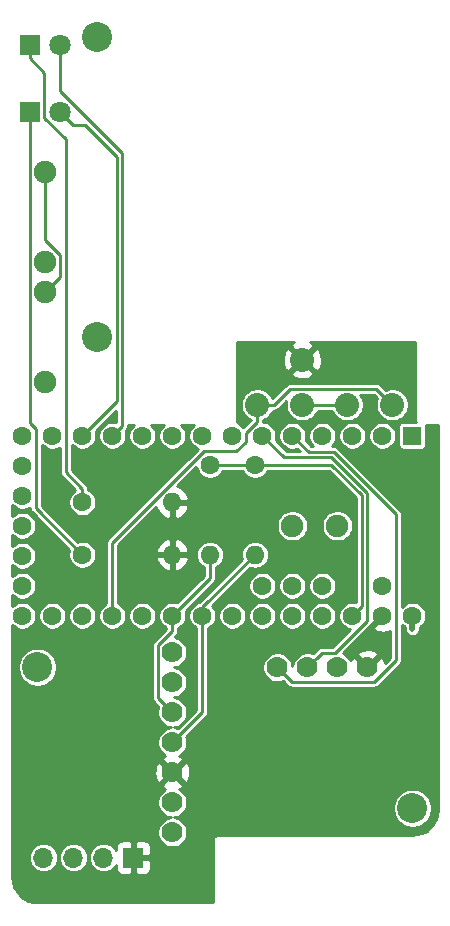
<source format=gbr>
G04 #@! TF.GenerationSoftware,KiCad,Pcbnew,(5.1.2)-2*
G04 #@! TF.CreationDate,2020-04-13T12:01:29-04:00*
G04 #@! TF.ProjectId,TeensyLC_DRV8871_MPRLS_Qwiic_v01,5465656e-7379-44c4-935f-445256383837,rev?*
G04 #@! TF.SameCoordinates,Original*
G04 #@! TF.FileFunction,Copper,L1,Top*
G04 #@! TF.FilePolarity,Positive*
%FSLAX46Y46*%
G04 Gerber Fmt 4.6, Leading zero omitted, Abs format (unit mm)*
G04 Created by KiCad (PCBNEW (5.1.2)-2) date 2020-04-13 12:01:29*
%MOMM*%
%LPD*%
G04 APERTURE LIST*
%ADD10C,2.540000*%
%ADD11C,1.778000*%
%ADD12C,1.600000*%
%ADD13C,1.900000*%
%ADD14R,1.600000X1.600000*%
%ADD15C,1.905000*%
%ADD16R,1.800000X1.800000*%
%ADD17C,1.800000*%
%ADD18O,1.600000X1.600000*%
%ADD19C,2.032000*%
%ADD20O,1.700000X1.700000*%
%ADD21R,1.700000X1.700000*%
%ADD22C,0.250000*%
%ADD23C,0.508000*%
%ADD24C,0.254000*%
G04 APERTURE END LIST*
D10*
X59690000Y-65278000D03*
X33020000Y0D03*
X33020000Y-25400000D03*
X27940000Y-53340000D03*
D11*
X48260000Y-53340000D03*
X50800000Y-53340000D03*
X53340000Y-53340000D03*
X55880000Y-53340000D03*
D12*
X26670000Y-46430001D03*
X26670000Y-36270001D03*
X26670000Y-33730001D03*
X46990000Y-48970001D03*
X54610000Y-48970001D03*
X57150000Y-46430001D03*
X26670000Y-43890001D03*
X49530000Y-46430001D03*
X57150000Y-48970001D03*
X46990000Y-46430001D03*
X39370000Y-48970001D03*
X29210000Y-48970001D03*
X31750000Y-48970001D03*
X49530000Y-48970001D03*
X52070000Y-48970001D03*
X29210000Y-33730001D03*
X31750000Y-33730001D03*
X59690000Y-48970001D03*
X26670000Y-48970001D03*
X26670000Y-41350001D03*
X26670000Y-38810001D03*
X36830000Y-48970001D03*
X34290000Y-48970001D03*
X41910000Y-48970001D03*
X44450000Y-48970001D03*
X52070000Y-46430001D03*
X49530000Y-33730001D03*
X36830000Y-33730001D03*
X34290000Y-33730001D03*
D13*
X53340000Y-41350001D03*
D12*
X57150000Y-33730001D03*
X52070000Y-33730001D03*
X46990000Y-33730001D03*
X54610000Y-33730001D03*
X41910000Y-33730001D03*
D14*
X59690000Y-33730001D03*
D12*
X39370000Y-33730001D03*
X44450000Y-33730001D03*
D13*
X49530000Y-41350001D03*
D15*
X28575000Y-11430000D03*
X28575000Y-19050000D03*
X28575000Y-21590000D03*
X28575000Y-29210000D03*
D16*
X27305000Y-635000D03*
D17*
X29845000Y-635000D03*
X29845000Y-6350000D03*
D16*
X27305000Y-6350000D03*
D18*
X39370000Y-39370000D03*
D12*
X31750000Y-39370000D03*
X31750000Y-43815000D03*
D18*
X39370000Y-43815000D03*
D12*
X46355000Y-36195000D03*
D18*
X46355000Y-43815000D03*
X42545000Y-43815000D03*
D12*
X42545000Y-36195000D03*
D19*
X46545500Y-31115000D03*
X50355500Y-31115000D03*
X54165500Y-31115000D03*
X57975500Y-31115000D03*
X50355500Y-27305000D03*
D11*
X39370000Y-67310000D03*
X39370000Y-64770000D03*
X39370000Y-62230000D03*
X39370000Y-59690000D03*
X39370000Y-57150000D03*
X39370000Y-54610000D03*
X39370000Y-52070000D03*
D20*
X30990000Y-69460000D03*
D21*
X36070000Y-69460000D03*
D20*
X28450000Y-69460000D03*
X33530000Y-69460000D03*
D22*
X28530001Y-3010001D02*
X27305000Y-1785000D01*
X28530001Y-6848003D02*
X28530001Y-3010001D01*
X30335001Y-8653003D02*
X28530001Y-6848003D01*
X30335001Y-36823631D02*
X30335001Y-8653003D01*
X27305000Y-1785000D02*
X27305000Y-635000D01*
X31750000Y-38238630D02*
X30335001Y-36823631D01*
X31750000Y-39370000D02*
X31750000Y-38238630D01*
X35089999Y-32930002D02*
X34290000Y-33730001D01*
X35089999Y-9781997D02*
X35089999Y-32930002D01*
X29845000Y-635000D02*
X29845000Y-4536998D01*
X29845000Y-4536998D02*
X35089999Y-9781997D01*
X34639989Y-30840012D02*
X31750000Y-33730001D01*
X34639989Y-10128989D02*
X34639989Y-30840012D01*
X31966001Y-7455001D02*
X34639989Y-10128989D01*
X29845000Y-6350000D02*
X30950001Y-7455001D01*
X30950001Y-7455001D02*
X31966001Y-7455001D01*
X27305000Y-7500000D02*
X27305000Y-6350000D01*
X27297499Y-7507501D02*
X27305000Y-7500000D01*
X27297499Y-32692498D02*
X27297499Y-7507501D01*
X27795001Y-33190000D02*
X27297499Y-32692498D01*
X27795001Y-39860001D02*
X27795001Y-33190000D01*
X31750000Y-43815000D02*
X27795001Y-39860001D01*
X56350001Y-49770000D02*
X56350001Y-50762001D01*
X57150000Y-48970001D02*
X56350001Y-49770000D01*
X42545000Y-36195000D02*
X46355000Y-36195000D01*
X55409999Y-38772999D02*
X55409999Y-48170002D01*
X52832000Y-36195000D02*
X55409999Y-38772999D01*
X46355000Y-36195000D02*
X52832000Y-36195000D01*
X29527499Y-20637501D02*
X28575000Y-21590000D01*
X29852501Y-20312499D02*
X29527499Y-20637501D01*
X29852501Y-18436799D02*
X29852501Y-20312499D01*
X28575000Y-17159298D02*
X29852501Y-18436799D01*
X28575000Y-11430000D02*
X28575000Y-17159298D01*
X50355500Y-31115000D02*
X54165500Y-31115000D01*
X55409999Y-48170002D02*
X54610000Y-48970001D01*
X41910000Y-48260000D02*
X41910000Y-48970001D01*
X46355000Y-43815000D02*
X41910000Y-48260000D01*
X41910000Y-57150000D02*
X39370000Y-59690000D01*
X41910000Y-48970001D02*
X41910000Y-57150000D01*
X42545000Y-45795001D02*
X39370000Y-48970001D01*
X42545000Y-43815000D02*
X42545000Y-45795001D01*
X38481001Y-56261001D02*
X39370000Y-57150000D01*
X38155999Y-55935999D02*
X38481001Y-56261001D01*
X38155999Y-51487279D02*
X38155999Y-55935999D01*
X39370000Y-50273278D02*
X38155999Y-51487279D01*
X39370000Y-48970001D02*
X39370000Y-50273278D01*
X34290000Y-42784998D02*
X34290000Y-47838631D01*
X45575001Y-34270002D02*
X44775004Y-35069999D01*
X34290000Y-47838631D02*
X34290000Y-48970001D01*
X44775004Y-35069999D02*
X42004999Y-35069999D01*
X45575001Y-33522339D02*
X45575001Y-34270002D01*
X46545500Y-32551840D02*
X45575001Y-33522339D01*
X42004999Y-35069999D02*
X34290000Y-42784998D01*
X46545500Y-31115000D02*
X46545500Y-32551840D01*
X56959501Y-30099001D02*
X57975500Y-31115000D01*
X56634499Y-29773999D02*
X56959501Y-30099001D01*
X49323341Y-29773999D02*
X56634499Y-29773999D01*
X47982340Y-31115000D02*
X49323341Y-29773999D01*
X46545500Y-31115000D02*
X47982340Y-31115000D01*
D23*
X59690000Y-50101371D02*
X59690000Y-48970001D01*
D22*
X49148999Y-54228999D02*
X48260000Y-53340000D01*
X49474001Y-54554001D02*
X49148999Y-54228999D01*
X56462721Y-54554001D02*
X49474001Y-54554001D01*
X58275001Y-52741721D02*
X56462721Y-54554001D01*
X58275001Y-40365181D02*
X58275001Y-52741721D01*
X50909990Y-35109991D02*
X53019810Y-35109990D01*
X53019810Y-35109990D02*
X58275001Y-40365181D01*
X49530000Y-33730001D02*
X50909990Y-35109991D01*
X52014001Y-52125999D02*
X51688999Y-52451001D01*
X55860008Y-49384995D02*
X53119004Y-52125999D01*
X51688999Y-52451001D02*
X50800000Y-53340000D01*
X55860008Y-38586598D02*
X55860008Y-49384995D01*
X53119004Y-52125999D02*
X52014001Y-52125999D01*
X52833410Y-35560000D02*
X55860008Y-38586598D01*
X48819999Y-35560000D02*
X52833410Y-35560000D01*
X46990000Y-33730001D02*
X48819999Y-35560000D01*
D24*
G36*
X49485978Y-25892140D02*
G01*
X49388282Y-26158177D01*
X50355500Y-27125395D01*
X51322718Y-26158177D01*
X51225022Y-25892140D01*
X51048288Y-25806000D01*
X59919001Y-25806000D01*
X59919000Y-32365059D01*
X59917036Y-32385000D01*
X59924875Y-32464590D01*
X59948090Y-32541121D01*
X59951317Y-32547158D01*
X58890000Y-32547158D01*
X58815311Y-32554514D01*
X58743492Y-32576300D01*
X58677304Y-32611679D01*
X58619289Y-32659290D01*
X58571678Y-32717305D01*
X58536299Y-32783493D01*
X58514513Y-32855312D01*
X58507157Y-32930001D01*
X58507157Y-34530001D01*
X58514513Y-34604690D01*
X58536299Y-34676509D01*
X58571678Y-34742697D01*
X58619289Y-34800712D01*
X58677304Y-34848323D01*
X58743492Y-34883702D01*
X58815311Y-34905488D01*
X58890000Y-34912844D01*
X60490000Y-34912844D01*
X60564689Y-34905488D01*
X60636508Y-34883702D01*
X60702696Y-34848323D01*
X60760711Y-34800712D01*
X60808322Y-34742697D01*
X60843701Y-34676509D01*
X60865487Y-34604690D01*
X60872843Y-34530001D01*
X60872843Y-32930001D01*
X60865487Y-32855312D01*
X60845978Y-32791000D01*
X61824000Y-32791000D01*
X61824001Y-65385136D01*
X61781449Y-65819115D01*
X61661181Y-66217464D01*
X61465831Y-66584862D01*
X61202845Y-66907315D01*
X60882226Y-67172554D01*
X60516204Y-67370461D01*
X60118708Y-67493506D01*
X59685863Y-67539000D01*
X43199941Y-67539000D01*
X43180000Y-67537036D01*
X43160060Y-67539000D01*
X43160059Y-67539000D01*
X43100410Y-67544875D01*
X43023879Y-67568090D01*
X42953347Y-67605790D01*
X42891526Y-67656526D01*
X42840790Y-67718347D01*
X42803090Y-67788879D01*
X42779875Y-67865410D01*
X42772036Y-67945000D01*
X42774001Y-67964951D01*
X42774000Y-73254000D01*
X27959854Y-73254000D01*
X27525885Y-73211449D01*
X27127536Y-73091181D01*
X26760138Y-72895831D01*
X26437685Y-72632845D01*
X26172446Y-72312226D01*
X25974539Y-71946204D01*
X25851494Y-71548708D01*
X25806000Y-71115863D01*
X25806000Y-69460000D01*
X27213044Y-69460000D01*
X27236812Y-69701318D01*
X27307202Y-69933363D01*
X27421509Y-70147216D01*
X27575340Y-70334660D01*
X27762784Y-70488491D01*
X27976637Y-70602798D01*
X28208682Y-70673188D01*
X28389528Y-70691000D01*
X28510472Y-70691000D01*
X28691318Y-70673188D01*
X28923363Y-70602798D01*
X29137216Y-70488491D01*
X29324660Y-70334660D01*
X29478491Y-70147216D01*
X29592798Y-69933363D01*
X29663188Y-69701318D01*
X29686956Y-69460000D01*
X29753044Y-69460000D01*
X29776812Y-69701318D01*
X29847202Y-69933363D01*
X29961509Y-70147216D01*
X30115340Y-70334660D01*
X30302784Y-70488491D01*
X30516637Y-70602798D01*
X30748682Y-70673188D01*
X30929528Y-70691000D01*
X31050472Y-70691000D01*
X31231318Y-70673188D01*
X31463363Y-70602798D01*
X31677216Y-70488491D01*
X31864660Y-70334660D01*
X32018491Y-70147216D01*
X32132798Y-69933363D01*
X32203188Y-69701318D01*
X32226956Y-69460000D01*
X32293044Y-69460000D01*
X32316812Y-69701318D01*
X32387202Y-69933363D01*
X32501509Y-70147216D01*
X32655340Y-70334660D01*
X32842784Y-70488491D01*
X33056637Y-70602798D01*
X33288682Y-70673188D01*
X33469528Y-70691000D01*
X33590472Y-70691000D01*
X33771318Y-70673188D01*
X34003363Y-70602798D01*
X34217216Y-70488491D01*
X34404660Y-70334660D01*
X34558491Y-70147216D01*
X34583065Y-70101242D01*
X34581928Y-70310000D01*
X34594188Y-70434482D01*
X34630498Y-70554180D01*
X34689463Y-70664494D01*
X34768815Y-70761185D01*
X34865506Y-70840537D01*
X34975820Y-70899502D01*
X35095518Y-70935812D01*
X35220000Y-70948072D01*
X35784250Y-70945000D01*
X35943000Y-70786250D01*
X35943000Y-69587000D01*
X36197000Y-69587000D01*
X36197000Y-70786250D01*
X36355750Y-70945000D01*
X36920000Y-70948072D01*
X37044482Y-70935812D01*
X37164180Y-70899502D01*
X37274494Y-70840537D01*
X37371185Y-70761185D01*
X37450537Y-70664494D01*
X37509502Y-70554180D01*
X37545812Y-70434482D01*
X37558072Y-70310000D01*
X37555000Y-69745750D01*
X37396250Y-69587000D01*
X36197000Y-69587000D01*
X35943000Y-69587000D01*
X35923000Y-69587000D01*
X35923000Y-69333000D01*
X35943000Y-69333000D01*
X35943000Y-68133750D01*
X36197000Y-68133750D01*
X36197000Y-69333000D01*
X37396250Y-69333000D01*
X37555000Y-69174250D01*
X37558072Y-68610000D01*
X37545812Y-68485518D01*
X37509502Y-68365820D01*
X37450537Y-68255506D01*
X37371185Y-68158815D01*
X37274494Y-68079463D01*
X37164180Y-68020498D01*
X37044482Y-67984188D01*
X36920000Y-67971928D01*
X36355750Y-67975000D01*
X36197000Y-68133750D01*
X35943000Y-68133750D01*
X35784250Y-67975000D01*
X35220000Y-67971928D01*
X35095518Y-67984188D01*
X34975820Y-68020498D01*
X34865506Y-68079463D01*
X34768815Y-68158815D01*
X34689463Y-68255506D01*
X34630498Y-68365820D01*
X34594188Y-68485518D01*
X34581928Y-68610000D01*
X34583065Y-68818758D01*
X34558491Y-68772784D01*
X34404660Y-68585340D01*
X34217216Y-68431509D01*
X34003363Y-68317202D01*
X33771318Y-68246812D01*
X33590472Y-68229000D01*
X33469528Y-68229000D01*
X33288682Y-68246812D01*
X33056637Y-68317202D01*
X32842784Y-68431509D01*
X32655340Y-68585340D01*
X32501509Y-68772784D01*
X32387202Y-68986637D01*
X32316812Y-69218682D01*
X32293044Y-69460000D01*
X32226956Y-69460000D01*
X32203188Y-69218682D01*
X32132798Y-68986637D01*
X32018491Y-68772784D01*
X31864660Y-68585340D01*
X31677216Y-68431509D01*
X31463363Y-68317202D01*
X31231318Y-68246812D01*
X31050472Y-68229000D01*
X30929528Y-68229000D01*
X30748682Y-68246812D01*
X30516637Y-68317202D01*
X30302784Y-68431509D01*
X30115340Y-68585340D01*
X29961509Y-68772784D01*
X29847202Y-68986637D01*
X29776812Y-69218682D01*
X29753044Y-69460000D01*
X29686956Y-69460000D01*
X29663188Y-69218682D01*
X29592798Y-68986637D01*
X29478491Y-68772784D01*
X29324660Y-68585340D01*
X29137216Y-68431509D01*
X28923363Y-68317202D01*
X28691318Y-68246812D01*
X28510472Y-68229000D01*
X28389528Y-68229000D01*
X28208682Y-68246812D01*
X27976637Y-68317202D01*
X27762784Y-68431509D01*
X27575340Y-68585340D01*
X27421509Y-68772784D01*
X27307202Y-68986637D01*
X27236812Y-69218682D01*
X27213044Y-69460000D01*
X25806000Y-69460000D01*
X25806000Y-64644916D01*
X38100000Y-64644916D01*
X38100000Y-64895084D01*
X38148805Y-65140445D01*
X38244541Y-65371571D01*
X38383527Y-65579578D01*
X38560422Y-65756473D01*
X38768429Y-65895459D01*
X38999555Y-65991195D01*
X39244916Y-66040000D01*
X38999555Y-66088805D01*
X38768429Y-66184541D01*
X38560422Y-66323527D01*
X38383527Y-66500422D01*
X38244541Y-66708429D01*
X38148805Y-66939555D01*
X38100000Y-67184916D01*
X38100000Y-67435084D01*
X38148805Y-67680445D01*
X38244541Y-67911571D01*
X38383527Y-68119578D01*
X38560422Y-68296473D01*
X38768429Y-68435459D01*
X38999555Y-68531195D01*
X39244916Y-68580000D01*
X39495084Y-68580000D01*
X39740445Y-68531195D01*
X39971571Y-68435459D01*
X40179578Y-68296473D01*
X40356473Y-68119578D01*
X40495459Y-67911571D01*
X40591195Y-67680445D01*
X40640000Y-67435084D01*
X40640000Y-67184916D01*
X40591195Y-66939555D01*
X40495459Y-66708429D01*
X40356473Y-66500422D01*
X40179578Y-66323527D01*
X39971571Y-66184541D01*
X39740445Y-66088805D01*
X39495084Y-66040000D01*
X39740445Y-65991195D01*
X39971571Y-65895459D01*
X40179578Y-65756473D01*
X40356473Y-65579578D01*
X40495459Y-65371571D01*
X40591195Y-65140445D01*
X40596178Y-65115391D01*
X58039000Y-65115391D01*
X58039000Y-65440609D01*
X58102447Y-65759579D01*
X58226903Y-66060042D01*
X58407585Y-66330451D01*
X58637549Y-66560415D01*
X58907958Y-66741097D01*
X59208421Y-66865553D01*
X59527391Y-66929000D01*
X59852609Y-66929000D01*
X60171579Y-66865553D01*
X60472042Y-66741097D01*
X60742451Y-66560415D01*
X60972415Y-66330451D01*
X61153097Y-66060042D01*
X61277553Y-65759579D01*
X61341000Y-65440609D01*
X61341000Y-65115391D01*
X61277553Y-64796421D01*
X61153097Y-64495958D01*
X60972415Y-64225549D01*
X60742451Y-63995585D01*
X60472042Y-63814903D01*
X60171579Y-63690447D01*
X59852609Y-63627000D01*
X59527391Y-63627000D01*
X59208421Y-63690447D01*
X58907958Y-63814903D01*
X58637549Y-63995585D01*
X58407585Y-64225549D01*
X58226903Y-64495958D01*
X58102447Y-64796421D01*
X58039000Y-65115391D01*
X40596178Y-65115391D01*
X40640000Y-64895084D01*
X40640000Y-64644916D01*
X40591195Y-64399555D01*
X40495459Y-64168429D01*
X40356473Y-63960422D01*
X40179578Y-63783527D01*
X39971571Y-63644541D01*
X39957712Y-63638800D01*
X40017359Y-63617816D01*
X40164273Y-63539289D01*
X40246626Y-63286231D01*
X39370000Y-62409605D01*
X38493374Y-63286231D01*
X38575727Y-63539289D01*
X38782808Y-63638585D01*
X38768429Y-63644541D01*
X38560422Y-63783527D01*
X38383527Y-63960422D01*
X38244541Y-64168429D01*
X38148805Y-64399555D01*
X38100000Y-64644916D01*
X25806000Y-64644916D01*
X25806000Y-62296988D01*
X37840092Y-62296988D01*
X37882557Y-62594171D01*
X37982184Y-62877359D01*
X38060711Y-63024273D01*
X38313769Y-63106626D01*
X39190395Y-62230000D01*
X39549605Y-62230000D01*
X40426231Y-63106626D01*
X40679289Y-63024273D01*
X40809086Y-62753582D01*
X40883580Y-62462770D01*
X40899908Y-62163012D01*
X40857443Y-61865829D01*
X40757816Y-61582641D01*
X40679289Y-61435727D01*
X40426231Y-61353374D01*
X39549605Y-62230000D01*
X39190395Y-62230000D01*
X38313769Y-61353374D01*
X38060711Y-61435727D01*
X37930914Y-61706418D01*
X37856420Y-61997230D01*
X37840092Y-62296988D01*
X25806000Y-62296988D01*
X25806000Y-53177391D01*
X26289000Y-53177391D01*
X26289000Y-53502609D01*
X26352447Y-53821579D01*
X26476903Y-54122042D01*
X26657585Y-54392451D01*
X26887549Y-54622415D01*
X27157958Y-54803097D01*
X27458421Y-54927553D01*
X27777391Y-54991000D01*
X28102609Y-54991000D01*
X28421579Y-54927553D01*
X28722042Y-54803097D01*
X28992451Y-54622415D01*
X29222415Y-54392451D01*
X29403097Y-54122042D01*
X29527553Y-53821579D01*
X29591000Y-53502609D01*
X29591000Y-53177391D01*
X29527553Y-52858421D01*
X29403097Y-52557958D01*
X29222415Y-52287549D01*
X28992451Y-52057585D01*
X28722042Y-51876903D01*
X28421579Y-51752447D01*
X28102609Y-51689000D01*
X27777391Y-51689000D01*
X27458421Y-51752447D01*
X27157958Y-51876903D01*
X26887549Y-52057585D01*
X26657585Y-52287549D01*
X26476903Y-52557958D01*
X26352447Y-52858421D01*
X26289000Y-53177391D01*
X25806000Y-53177391D01*
X25806000Y-51487279D01*
X37647552Y-51487279D01*
X37649999Y-51512125D01*
X37650000Y-55911143D01*
X37647552Y-55935999D01*
X37657321Y-56035191D01*
X37686254Y-56130573D01*
X37703869Y-56163527D01*
X37733241Y-56218478D01*
X37796473Y-56295526D01*
X37815780Y-56311371D01*
X38188392Y-56683983D01*
X38148805Y-56779555D01*
X38100000Y-57024916D01*
X38100000Y-57275084D01*
X38148805Y-57520445D01*
X38244541Y-57751571D01*
X38383527Y-57959578D01*
X38560422Y-58136473D01*
X38768429Y-58275459D01*
X38999555Y-58371195D01*
X39244916Y-58420000D01*
X38999555Y-58468805D01*
X38768429Y-58564541D01*
X38560422Y-58703527D01*
X38383527Y-58880422D01*
X38244541Y-59088429D01*
X38148805Y-59319555D01*
X38100000Y-59564916D01*
X38100000Y-59815084D01*
X38148805Y-60060445D01*
X38244541Y-60291571D01*
X38383527Y-60499578D01*
X38560422Y-60676473D01*
X38768429Y-60815459D01*
X38782288Y-60821200D01*
X38722641Y-60842184D01*
X38575727Y-60920711D01*
X38493374Y-61173769D01*
X39370000Y-62050395D01*
X40246626Y-61173769D01*
X40164273Y-60920711D01*
X39957192Y-60821415D01*
X39971571Y-60815459D01*
X40179578Y-60676473D01*
X40356473Y-60499578D01*
X40495459Y-60291571D01*
X40591195Y-60060445D01*
X40640000Y-59815084D01*
X40640000Y-59564916D01*
X40591195Y-59319555D01*
X40551608Y-59223984D01*
X42250222Y-57525370D01*
X42269527Y-57509527D01*
X42332759Y-57432479D01*
X42379745Y-57344575D01*
X42408678Y-57249193D01*
X42416000Y-57174854D01*
X42416000Y-57174847D01*
X42418447Y-57150001D01*
X42416000Y-57125155D01*
X42416000Y-50038713D01*
X42469413Y-50016589D01*
X42662843Y-49887343D01*
X42827342Y-49722844D01*
X42956588Y-49529414D01*
X43045614Y-49314486D01*
X43091000Y-49086319D01*
X43091000Y-48853683D01*
X43269000Y-48853683D01*
X43269000Y-49086319D01*
X43314386Y-49314486D01*
X43403412Y-49529414D01*
X43532658Y-49722844D01*
X43697157Y-49887343D01*
X43890587Y-50016589D01*
X44105515Y-50105615D01*
X44333682Y-50151001D01*
X44566318Y-50151001D01*
X44794485Y-50105615D01*
X45009413Y-50016589D01*
X45202843Y-49887343D01*
X45367342Y-49722844D01*
X45496588Y-49529414D01*
X45585614Y-49314486D01*
X45631000Y-49086319D01*
X45631000Y-48853683D01*
X45809000Y-48853683D01*
X45809000Y-49086319D01*
X45854386Y-49314486D01*
X45943412Y-49529414D01*
X46072658Y-49722844D01*
X46237157Y-49887343D01*
X46430587Y-50016589D01*
X46645515Y-50105615D01*
X46873682Y-50151001D01*
X47106318Y-50151001D01*
X47334485Y-50105615D01*
X47549413Y-50016589D01*
X47742843Y-49887343D01*
X47907342Y-49722844D01*
X48036588Y-49529414D01*
X48125614Y-49314486D01*
X48171000Y-49086319D01*
X48171000Y-48853683D01*
X48349000Y-48853683D01*
X48349000Y-49086319D01*
X48394386Y-49314486D01*
X48483412Y-49529414D01*
X48612658Y-49722844D01*
X48777157Y-49887343D01*
X48970587Y-50016589D01*
X49185515Y-50105615D01*
X49413682Y-50151001D01*
X49646318Y-50151001D01*
X49874485Y-50105615D01*
X50089413Y-50016589D01*
X50282843Y-49887343D01*
X50447342Y-49722844D01*
X50576588Y-49529414D01*
X50665614Y-49314486D01*
X50711000Y-49086319D01*
X50711000Y-48853683D01*
X50889000Y-48853683D01*
X50889000Y-49086319D01*
X50934386Y-49314486D01*
X51023412Y-49529414D01*
X51152658Y-49722844D01*
X51317157Y-49887343D01*
X51510587Y-50016589D01*
X51725515Y-50105615D01*
X51953682Y-50151001D01*
X52186318Y-50151001D01*
X52414485Y-50105615D01*
X52629413Y-50016589D01*
X52822843Y-49887343D01*
X52987342Y-49722844D01*
X53116588Y-49529414D01*
X53205614Y-49314486D01*
X53251000Y-49086319D01*
X53251000Y-48853683D01*
X53205614Y-48625516D01*
X53116588Y-48410588D01*
X52987342Y-48217158D01*
X52822843Y-48052659D01*
X52629413Y-47923413D01*
X52414485Y-47834387D01*
X52186318Y-47789001D01*
X51953682Y-47789001D01*
X51725515Y-47834387D01*
X51510587Y-47923413D01*
X51317157Y-48052659D01*
X51152658Y-48217158D01*
X51023412Y-48410588D01*
X50934386Y-48625516D01*
X50889000Y-48853683D01*
X50711000Y-48853683D01*
X50665614Y-48625516D01*
X50576588Y-48410588D01*
X50447342Y-48217158D01*
X50282843Y-48052659D01*
X50089413Y-47923413D01*
X49874485Y-47834387D01*
X49646318Y-47789001D01*
X49413682Y-47789001D01*
X49185515Y-47834387D01*
X48970587Y-47923413D01*
X48777157Y-48052659D01*
X48612658Y-48217158D01*
X48483412Y-48410588D01*
X48394386Y-48625516D01*
X48349000Y-48853683D01*
X48171000Y-48853683D01*
X48125614Y-48625516D01*
X48036588Y-48410588D01*
X47907342Y-48217158D01*
X47742843Y-48052659D01*
X47549413Y-47923413D01*
X47334485Y-47834387D01*
X47106318Y-47789001D01*
X46873682Y-47789001D01*
X46645515Y-47834387D01*
X46430587Y-47923413D01*
X46237157Y-48052659D01*
X46072658Y-48217158D01*
X45943412Y-48410588D01*
X45854386Y-48625516D01*
X45809000Y-48853683D01*
X45631000Y-48853683D01*
X45585614Y-48625516D01*
X45496588Y-48410588D01*
X45367342Y-48217158D01*
X45202843Y-48052659D01*
X45009413Y-47923413D01*
X44794485Y-47834387D01*
X44566318Y-47789001D01*
X44333682Y-47789001D01*
X44105515Y-47834387D01*
X43890587Y-47923413D01*
X43697157Y-48052659D01*
X43532658Y-48217158D01*
X43403412Y-48410588D01*
X43314386Y-48625516D01*
X43269000Y-48853683D01*
X43091000Y-48853683D01*
X43045614Y-48625516D01*
X42956588Y-48410588D01*
X42827342Y-48217158D01*
X42747888Y-48137704D01*
X44571909Y-46313683D01*
X45809000Y-46313683D01*
X45809000Y-46546319D01*
X45854386Y-46774486D01*
X45943412Y-46989414D01*
X46072658Y-47182844D01*
X46237157Y-47347343D01*
X46430587Y-47476589D01*
X46645515Y-47565615D01*
X46873682Y-47611001D01*
X47106318Y-47611001D01*
X47334485Y-47565615D01*
X47549413Y-47476589D01*
X47742843Y-47347343D01*
X47907342Y-47182844D01*
X48036588Y-46989414D01*
X48125614Y-46774486D01*
X48171000Y-46546319D01*
X48171000Y-46313683D01*
X48349000Y-46313683D01*
X48349000Y-46546319D01*
X48394386Y-46774486D01*
X48483412Y-46989414D01*
X48612658Y-47182844D01*
X48777157Y-47347343D01*
X48970587Y-47476589D01*
X49185515Y-47565615D01*
X49413682Y-47611001D01*
X49646318Y-47611001D01*
X49874485Y-47565615D01*
X50089413Y-47476589D01*
X50282843Y-47347343D01*
X50447342Y-47182844D01*
X50576588Y-46989414D01*
X50665614Y-46774486D01*
X50711000Y-46546319D01*
X50711000Y-46313683D01*
X50889000Y-46313683D01*
X50889000Y-46546319D01*
X50934386Y-46774486D01*
X51023412Y-46989414D01*
X51152658Y-47182844D01*
X51317157Y-47347343D01*
X51510587Y-47476589D01*
X51725515Y-47565615D01*
X51953682Y-47611001D01*
X52186318Y-47611001D01*
X52414485Y-47565615D01*
X52629413Y-47476589D01*
X52822843Y-47347343D01*
X52987342Y-47182844D01*
X53116588Y-46989414D01*
X53205614Y-46774486D01*
X53251000Y-46546319D01*
X53251000Y-46313683D01*
X53205614Y-46085516D01*
X53116588Y-45870588D01*
X52987342Y-45677158D01*
X52822843Y-45512659D01*
X52629413Y-45383413D01*
X52414485Y-45294387D01*
X52186318Y-45249001D01*
X51953682Y-45249001D01*
X51725515Y-45294387D01*
X51510587Y-45383413D01*
X51317157Y-45512659D01*
X51152658Y-45677158D01*
X51023412Y-45870588D01*
X50934386Y-46085516D01*
X50889000Y-46313683D01*
X50711000Y-46313683D01*
X50665614Y-46085516D01*
X50576588Y-45870588D01*
X50447342Y-45677158D01*
X50282843Y-45512659D01*
X50089413Y-45383413D01*
X49874485Y-45294387D01*
X49646318Y-45249001D01*
X49413682Y-45249001D01*
X49185515Y-45294387D01*
X48970587Y-45383413D01*
X48777157Y-45512659D01*
X48612658Y-45677158D01*
X48483412Y-45870588D01*
X48394386Y-46085516D01*
X48349000Y-46313683D01*
X48171000Y-46313683D01*
X48125614Y-46085516D01*
X48036588Y-45870588D01*
X47907342Y-45677158D01*
X47742843Y-45512659D01*
X47549413Y-45383413D01*
X47334485Y-45294387D01*
X47106318Y-45249001D01*
X46873682Y-45249001D01*
X46645515Y-45294387D01*
X46430587Y-45383413D01*
X46237157Y-45512659D01*
X46072658Y-45677158D01*
X45943412Y-45870588D01*
X45854386Y-46085516D01*
X45809000Y-46313683D01*
X44571909Y-46313683D01*
X45957140Y-44928452D01*
X46123484Y-44978912D01*
X46296984Y-44996000D01*
X46413016Y-44996000D01*
X46586516Y-44978912D01*
X46809136Y-44911381D01*
X47014303Y-44801717D01*
X47194134Y-44654134D01*
X47341717Y-44474303D01*
X47451381Y-44269136D01*
X47518912Y-44046516D01*
X47541714Y-43815000D01*
X47518912Y-43583484D01*
X47451381Y-43360864D01*
X47341717Y-43155697D01*
X47194134Y-42975866D01*
X47014303Y-42828283D01*
X46809136Y-42718619D01*
X46586516Y-42651088D01*
X46413016Y-42634000D01*
X46296984Y-42634000D01*
X46123484Y-42651088D01*
X45900864Y-42718619D01*
X45695697Y-42828283D01*
X45515866Y-42975866D01*
X45368283Y-43155697D01*
X45258619Y-43360864D01*
X45191088Y-43583484D01*
X45168286Y-43815000D01*
X45191088Y-44046516D01*
X45241548Y-44212860D01*
X41633557Y-47820852D01*
X41565515Y-47834387D01*
X41350587Y-47923413D01*
X41157157Y-48052659D01*
X40992658Y-48217158D01*
X40863412Y-48410588D01*
X40774386Y-48625516D01*
X40729000Y-48853683D01*
X40729000Y-49086319D01*
X40774386Y-49314486D01*
X40863412Y-49529414D01*
X40992658Y-49722844D01*
X41157157Y-49887343D01*
X41350587Y-50016589D01*
X41404000Y-50038713D01*
X41404001Y-56940407D01*
X39836016Y-58508392D01*
X39740445Y-58468805D01*
X39495084Y-58420000D01*
X39740445Y-58371195D01*
X39971571Y-58275459D01*
X40179578Y-58136473D01*
X40356473Y-57959578D01*
X40495459Y-57751571D01*
X40591195Y-57520445D01*
X40640000Y-57275084D01*
X40640000Y-57024916D01*
X40591195Y-56779555D01*
X40495459Y-56548429D01*
X40356473Y-56340422D01*
X40179578Y-56163527D01*
X39971571Y-56024541D01*
X39740445Y-55928805D01*
X39495084Y-55880000D01*
X39740445Y-55831195D01*
X39971571Y-55735459D01*
X40179578Y-55596473D01*
X40356473Y-55419578D01*
X40495459Y-55211571D01*
X40591195Y-54980445D01*
X40640000Y-54735084D01*
X40640000Y-54484916D01*
X40591195Y-54239555D01*
X40495459Y-54008429D01*
X40356473Y-53800422D01*
X40179578Y-53623527D01*
X39971571Y-53484541D01*
X39740445Y-53388805D01*
X39495084Y-53340000D01*
X39740445Y-53291195D01*
X39971571Y-53195459D01*
X40179578Y-53056473D01*
X40356473Y-52879578D01*
X40495459Y-52671571D01*
X40591195Y-52440445D01*
X40640000Y-52195084D01*
X40640000Y-51944916D01*
X40591195Y-51699555D01*
X40495459Y-51468429D01*
X40356473Y-51260422D01*
X40179578Y-51083527D01*
X39971571Y-50944541D01*
X39740445Y-50848805D01*
X39548287Y-50810583D01*
X39710220Y-50648650D01*
X39729527Y-50632805D01*
X39792759Y-50555757D01*
X39839745Y-50467853D01*
X39868678Y-50372471D01*
X39876000Y-50298132D01*
X39878448Y-50273278D01*
X39876000Y-50248424D01*
X39876000Y-50038713D01*
X39929413Y-50016589D01*
X40122843Y-49887343D01*
X40287342Y-49722844D01*
X40416588Y-49529414D01*
X40505614Y-49314486D01*
X40551000Y-49086319D01*
X40551000Y-48853683D01*
X40505614Y-48625516D01*
X40483490Y-48572103D01*
X42885220Y-46170373D01*
X42904527Y-46154528D01*
X42967759Y-46077480D01*
X43014745Y-45989576D01*
X43043678Y-45894194D01*
X43051000Y-45819855D01*
X43051000Y-45819848D01*
X43053447Y-45795002D01*
X43051000Y-45770156D01*
X43051000Y-44883659D01*
X43204303Y-44801717D01*
X43384134Y-44654134D01*
X43531717Y-44474303D01*
X43641381Y-44269136D01*
X43708912Y-44046516D01*
X43731714Y-43815000D01*
X43708912Y-43583484D01*
X43641381Y-43360864D01*
X43531717Y-43155697D01*
X43384134Y-42975866D01*
X43204303Y-42828283D01*
X42999136Y-42718619D01*
X42776516Y-42651088D01*
X42603016Y-42634000D01*
X42486984Y-42634000D01*
X42313484Y-42651088D01*
X42090864Y-42718619D01*
X41885697Y-42828283D01*
X41705866Y-42975866D01*
X41558283Y-43155697D01*
X41448619Y-43360864D01*
X41381088Y-43583484D01*
X41358286Y-43815000D01*
X41381088Y-44046516D01*
X41448619Y-44269136D01*
X41558283Y-44474303D01*
X41705866Y-44654134D01*
X41885697Y-44801717D01*
X42039001Y-44883659D01*
X42039001Y-45585408D01*
X39767898Y-47856511D01*
X39714485Y-47834387D01*
X39486318Y-47789001D01*
X39253682Y-47789001D01*
X39025515Y-47834387D01*
X38810587Y-47923413D01*
X38617157Y-48052659D01*
X38452658Y-48217158D01*
X38323412Y-48410588D01*
X38234386Y-48625516D01*
X38189000Y-48853683D01*
X38189000Y-49086319D01*
X38234386Y-49314486D01*
X38323412Y-49529414D01*
X38452658Y-49722844D01*
X38617157Y-49887343D01*
X38810587Y-50016589D01*
X38864001Y-50038714D01*
X38864001Y-50063685D01*
X37815784Y-51111903D01*
X37796472Y-51127752D01*
X37733240Y-51204800D01*
X37686254Y-51292705D01*
X37657321Y-51388087D01*
X37649999Y-51462426D01*
X37649999Y-51462433D01*
X37647552Y-51487279D01*
X25806000Y-51487279D01*
X25806000Y-49776186D01*
X25917157Y-49887343D01*
X26110587Y-50016589D01*
X26325515Y-50105615D01*
X26553682Y-50151001D01*
X26786318Y-50151001D01*
X27014485Y-50105615D01*
X27229413Y-50016589D01*
X27422843Y-49887343D01*
X27587342Y-49722844D01*
X27716588Y-49529414D01*
X27805614Y-49314486D01*
X27851000Y-49086319D01*
X27851000Y-48853683D01*
X28029000Y-48853683D01*
X28029000Y-49086319D01*
X28074386Y-49314486D01*
X28163412Y-49529414D01*
X28292658Y-49722844D01*
X28457157Y-49887343D01*
X28650587Y-50016589D01*
X28865515Y-50105615D01*
X29093682Y-50151001D01*
X29326318Y-50151001D01*
X29554485Y-50105615D01*
X29769413Y-50016589D01*
X29962843Y-49887343D01*
X30127342Y-49722844D01*
X30256588Y-49529414D01*
X30345614Y-49314486D01*
X30391000Y-49086319D01*
X30391000Y-48853683D01*
X30569000Y-48853683D01*
X30569000Y-49086319D01*
X30614386Y-49314486D01*
X30703412Y-49529414D01*
X30832658Y-49722844D01*
X30997157Y-49887343D01*
X31190587Y-50016589D01*
X31405515Y-50105615D01*
X31633682Y-50151001D01*
X31866318Y-50151001D01*
X32094485Y-50105615D01*
X32309413Y-50016589D01*
X32502843Y-49887343D01*
X32667342Y-49722844D01*
X32796588Y-49529414D01*
X32885614Y-49314486D01*
X32931000Y-49086319D01*
X32931000Y-48853683D01*
X32885614Y-48625516D01*
X32796588Y-48410588D01*
X32667342Y-48217158D01*
X32502843Y-48052659D01*
X32309413Y-47923413D01*
X32094485Y-47834387D01*
X31866318Y-47789001D01*
X31633682Y-47789001D01*
X31405515Y-47834387D01*
X31190587Y-47923413D01*
X30997157Y-48052659D01*
X30832658Y-48217158D01*
X30703412Y-48410588D01*
X30614386Y-48625516D01*
X30569000Y-48853683D01*
X30391000Y-48853683D01*
X30345614Y-48625516D01*
X30256588Y-48410588D01*
X30127342Y-48217158D01*
X29962843Y-48052659D01*
X29769413Y-47923413D01*
X29554485Y-47834387D01*
X29326318Y-47789001D01*
X29093682Y-47789001D01*
X28865515Y-47834387D01*
X28650587Y-47923413D01*
X28457157Y-48052659D01*
X28292658Y-48217158D01*
X28163412Y-48410588D01*
X28074386Y-48625516D01*
X28029000Y-48853683D01*
X27851000Y-48853683D01*
X27805614Y-48625516D01*
X27716588Y-48410588D01*
X27587342Y-48217158D01*
X27422843Y-48052659D01*
X27229413Y-47923413D01*
X27014485Y-47834387D01*
X26786318Y-47789001D01*
X26553682Y-47789001D01*
X26325515Y-47834387D01*
X26110587Y-47923413D01*
X25917157Y-48052659D01*
X25806000Y-48163816D01*
X25806000Y-47236186D01*
X25917157Y-47347343D01*
X26110587Y-47476589D01*
X26325515Y-47565615D01*
X26553682Y-47611001D01*
X26786318Y-47611001D01*
X27014485Y-47565615D01*
X27229413Y-47476589D01*
X27422843Y-47347343D01*
X27587342Y-47182844D01*
X27716588Y-46989414D01*
X27805614Y-46774486D01*
X27851000Y-46546319D01*
X27851000Y-46313683D01*
X27805614Y-46085516D01*
X27716588Y-45870588D01*
X27587342Y-45677158D01*
X27422843Y-45512659D01*
X27229413Y-45383413D01*
X27014485Y-45294387D01*
X26786318Y-45249001D01*
X26553682Y-45249001D01*
X26325515Y-45294387D01*
X26110587Y-45383413D01*
X25917157Y-45512659D01*
X25806000Y-45623816D01*
X25806000Y-44696186D01*
X25917157Y-44807343D01*
X26110587Y-44936589D01*
X26325515Y-45025615D01*
X26553682Y-45071001D01*
X26786318Y-45071001D01*
X27014485Y-45025615D01*
X27229413Y-44936589D01*
X27422843Y-44807343D01*
X27587342Y-44642844D01*
X27716588Y-44449414D01*
X27805614Y-44234486D01*
X27851000Y-44006319D01*
X27851000Y-43773683D01*
X27805614Y-43545516D01*
X27716588Y-43330588D01*
X27587342Y-43137158D01*
X27422843Y-42972659D01*
X27229413Y-42843413D01*
X27014485Y-42754387D01*
X26786318Y-42709001D01*
X26553682Y-42709001D01*
X26325515Y-42754387D01*
X26110587Y-42843413D01*
X25917157Y-42972659D01*
X25806000Y-43083816D01*
X25806000Y-42156186D01*
X25917157Y-42267343D01*
X26110587Y-42396589D01*
X26325515Y-42485615D01*
X26553682Y-42531001D01*
X26786318Y-42531001D01*
X27014485Y-42485615D01*
X27229413Y-42396589D01*
X27422843Y-42267343D01*
X27587342Y-42102844D01*
X27716588Y-41909414D01*
X27805614Y-41694486D01*
X27851000Y-41466319D01*
X27851000Y-41233683D01*
X27805614Y-41005516D01*
X27716588Y-40790588D01*
X27587342Y-40597158D01*
X27422843Y-40432659D01*
X27229413Y-40303413D01*
X27014485Y-40214387D01*
X26786318Y-40169001D01*
X26553682Y-40169001D01*
X26325515Y-40214387D01*
X26110587Y-40303413D01*
X25917157Y-40432659D01*
X25806000Y-40543816D01*
X25806000Y-39616186D01*
X25917157Y-39727343D01*
X26110587Y-39856589D01*
X26325515Y-39945615D01*
X26553682Y-39991001D01*
X26786318Y-39991001D01*
X27014485Y-39945615D01*
X27229413Y-39856589D01*
X27289001Y-39816774D01*
X27289001Y-39835155D01*
X27286554Y-39860001D01*
X27289001Y-39884847D01*
X27289001Y-39884854D01*
X27296323Y-39959193D01*
X27325256Y-40054575D01*
X27372242Y-40142480D01*
X27435474Y-40219528D01*
X27454786Y-40235377D01*
X30636510Y-43417102D01*
X30614386Y-43470515D01*
X30569000Y-43698682D01*
X30569000Y-43931318D01*
X30614386Y-44159485D01*
X30703412Y-44374413D01*
X30832658Y-44567843D01*
X30997157Y-44732342D01*
X31190587Y-44861588D01*
X31405515Y-44950614D01*
X31633682Y-44996000D01*
X31866318Y-44996000D01*
X32094485Y-44950614D01*
X32309413Y-44861588D01*
X32502843Y-44732342D01*
X32667342Y-44567843D01*
X32796588Y-44374413D01*
X32885614Y-44159485D01*
X32931000Y-43931318D01*
X32931000Y-43698682D01*
X32885614Y-43470515D01*
X32796588Y-43255587D01*
X32667342Y-43062157D01*
X32502843Y-42897658D01*
X32309413Y-42768412D01*
X32094485Y-42679386D01*
X31866318Y-42634000D01*
X31633682Y-42634000D01*
X31405515Y-42679386D01*
X31352102Y-42701510D01*
X28301001Y-39650410D01*
X28301001Y-34491187D01*
X28457157Y-34647343D01*
X28650587Y-34776589D01*
X28865515Y-34865615D01*
X29093682Y-34911001D01*
X29326318Y-34911001D01*
X29554485Y-34865615D01*
X29769413Y-34776589D01*
X29829001Y-34736773D01*
X29829001Y-36798785D01*
X29826554Y-36823631D01*
X29829001Y-36848477D01*
X29829001Y-36848484D01*
X29836323Y-36922823D01*
X29865256Y-37018205D01*
X29912242Y-37106110D01*
X29975474Y-37183158D01*
X29994786Y-37199007D01*
X31147788Y-38352010D01*
X30997157Y-38452658D01*
X30832658Y-38617157D01*
X30703412Y-38810587D01*
X30614386Y-39025515D01*
X30569000Y-39253682D01*
X30569000Y-39486318D01*
X30614386Y-39714485D01*
X30703412Y-39929413D01*
X30832658Y-40122843D01*
X30997157Y-40287342D01*
X31190587Y-40416588D01*
X31405515Y-40505614D01*
X31633682Y-40551000D01*
X31866318Y-40551000D01*
X32094485Y-40505614D01*
X32309413Y-40416588D01*
X32502843Y-40287342D01*
X32667342Y-40122843D01*
X32796588Y-39929413D01*
X32885614Y-39714485D01*
X32931000Y-39486318D01*
X32931000Y-39253682D01*
X32885614Y-39025515D01*
X32796588Y-38810587D01*
X32667342Y-38617157D01*
X32502843Y-38452658D01*
X32309413Y-38323412D01*
X32256000Y-38301288D01*
X32256000Y-38263484D01*
X32258448Y-38238630D01*
X32248678Y-38139437D01*
X32219745Y-38044055D01*
X32184486Y-37978091D01*
X32172759Y-37956151D01*
X32109527Y-37879103D01*
X32090220Y-37863258D01*
X30841001Y-36614040D01*
X30841001Y-34491187D01*
X30997157Y-34647343D01*
X31190587Y-34776589D01*
X31405515Y-34865615D01*
X31633682Y-34911001D01*
X31866318Y-34911001D01*
X32094485Y-34865615D01*
X32309413Y-34776589D01*
X32502843Y-34647343D01*
X32667342Y-34482844D01*
X32796588Y-34289414D01*
X32885614Y-34074486D01*
X32931000Y-33846319D01*
X32931000Y-33613683D01*
X32885614Y-33385516D01*
X32863490Y-33332103D01*
X34584000Y-31611593D01*
X34584000Y-32584345D01*
X34406318Y-32549001D01*
X34173682Y-32549001D01*
X33945515Y-32594387D01*
X33730587Y-32683413D01*
X33537157Y-32812659D01*
X33372658Y-32977158D01*
X33243412Y-33170588D01*
X33154386Y-33385516D01*
X33109000Y-33613683D01*
X33109000Y-33846319D01*
X33154386Y-34074486D01*
X33243412Y-34289414D01*
X33372658Y-34482844D01*
X33537157Y-34647343D01*
X33730587Y-34776589D01*
X33945515Y-34865615D01*
X34173682Y-34911001D01*
X34406318Y-34911001D01*
X34634485Y-34865615D01*
X34849413Y-34776589D01*
X35042843Y-34647343D01*
X35207342Y-34482844D01*
X35336588Y-34289414D01*
X35425614Y-34074486D01*
X35471000Y-33846319D01*
X35471000Y-33613683D01*
X35425614Y-33385516D01*
X35403490Y-33332103D01*
X35430219Y-33305374D01*
X35449526Y-33289529D01*
X35512758Y-33212481D01*
X35559744Y-33124577D01*
X35588677Y-33029195D01*
X35595999Y-32954856D01*
X35595999Y-32954849D01*
X35598446Y-32930003D01*
X35595999Y-32905157D01*
X35595999Y-32791000D01*
X36109572Y-32791000D01*
X36077157Y-32812659D01*
X35912658Y-32977158D01*
X35783412Y-33170588D01*
X35694386Y-33385516D01*
X35649000Y-33613683D01*
X35649000Y-33846319D01*
X35694386Y-34074486D01*
X35783412Y-34289414D01*
X35912658Y-34482844D01*
X36077157Y-34647343D01*
X36270587Y-34776589D01*
X36485515Y-34865615D01*
X36713682Y-34911001D01*
X36946318Y-34911001D01*
X37174485Y-34865615D01*
X37389413Y-34776589D01*
X37582843Y-34647343D01*
X37747342Y-34482844D01*
X37876588Y-34289414D01*
X37965614Y-34074486D01*
X38011000Y-33846319D01*
X38011000Y-33613683D01*
X37965614Y-33385516D01*
X37876588Y-33170588D01*
X37747342Y-32977158D01*
X37582843Y-32812659D01*
X37550428Y-32791000D01*
X38649572Y-32791000D01*
X38617157Y-32812659D01*
X38452658Y-32977158D01*
X38323412Y-33170588D01*
X38234386Y-33385516D01*
X38189000Y-33613683D01*
X38189000Y-33846319D01*
X38234386Y-34074486D01*
X38323412Y-34289414D01*
X38452658Y-34482844D01*
X38617157Y-34647343D01*
X38810587Y-34776589D01*
X39025515Y-34865615D01*
X39253682Y-34911001D01*
X39486318Y-34911001D01*
X39714485Y-34865615D01*
X39929413Y-34776589D01*
X40122843Y-34647343D01*
X40287342Y-34482844D01*
X40416588Y-34289414D01*
X40505614Y-34074486D01*
X40551000Y-33846319D01*
X40551000Y-33613683D01*
X40505614Y-33385516D01*
X40416588Y-33170588D01*
X40287342Y-32977158D01*
X40122843Y-32812659D01*
X40090428Y-32791000D01*
X41189572Y-32791000D01*
X41157157Y-32812659D01*
X40992658Y-32977158D01*
X40863412Y-33170588D01*
X40774386Y-33385516D01*
X40729000Y-33613683D01*
X40729000Y-33846319D01*
X40774386Y-34074486D01*
X40863412Y-34289414D01*
X40992658Y-34482844D01*
X41157157Y-34647343D01*
X41350587Y-34776589D01*
X41514798Y-34844608D01*
X33949785Y-42409622D01*
X33930473Y-42425471D01*
X33867241Y-42502519D01*
X33820255Y-42590424D01*
X33791322Y-42685806D01*
X33784000Y-42760145D01*
X33784000Y-42760152D01*
X33781553Y-42784998D01*
X33784000Y-42809844D01*
X33784001Y-47813768D01*
X33784000Y-47813778D01*
X33784000Y-47901289D01*
X33730587Y-47923413D01*
X33537157Y-48052659D01*
X33372658Y-48217158D01*
X33243412Y-48410588D01*
X33154386Y-48625516D01*
X33109000Y-48853683D01*
X33109000Y-49086319D01*
X33154386Y-49314486D01*
X33243412Y-49529414D01*
X33372658Y-49722844D01*
X33537157Y-49887343D01*
X33730587Y-50016589D01*
X33945515Y-50105615D01*
X34173682Y-50151001D01*
X34406318Y-50151001D01*
X34634485Y-50105615D01*
X34849413Y-50016589D01*
X35042843Y-49887343D01*
X35207342Y-49722844D01*
X35336588Y-49529414D01*
X35425614Y-49314486D01*
X35471000Y-49086319D01*
X35471000Y-48853683D01*
X35649000Y-48853683D01*
X35649000Y-49086319D01*
X35694386Y-49314486D01*
X35783412Y-49529414D01*
X35912658Y-49722844D01*
X36077157Y-49887343D01*
X36270587Y-50016589D01*
X36485515Y-50105615D01*
X36713682Y-50151001D01*
X36946318Y-50151001D01*
X37174485Y-50105615D01*
X37389413Y-50016589D01*
X37582843Y-49887343D01*
X37747342Y-49722844D01*
X37876588Y-49529414D01*
X37965614Y-49314486D01*
X38011000Y-49086319D01*
X38011000Y-48853683D01*
X37965614Y-48625516D01*
X37876588Y-48410588D01*
X37747342Y-48217158D01*
X37582843Y-48052659D01*
X37389413Y-47923413D01*
X37174485Y-47834387D01*
X36946318Y-47789001D01*
X36713682Y-47789001D01*
X36485515Y-47834387D01*
X36270587Y-47923413D01*
X36077157Y-48052659D01*
X35912658Y-48217158D01*
X35783412Y-48410588D01*
X35694386Y-48625516D01*
X35649000Y-48853683D01*
X35471000Y-48853683D01*
X35425614Y-48625516D01*
X35336588Y-48410588D01*
X35207342Y-48217158D01*
X35042843Y-48052659D01*
X34849413Y-47923413D01*
X34796000Y-47901289D01*
X34796000Y-44164039D01*
X37978096Y-44164039D01*
X38018754Y-44298087D01*
X38138963Y-44552420D01*
X38306481Y-44778414D01*
X38514869Y-44967385D01*
X38756119Y-45112070D01*
X39020960Y-45206909D01*
X39243000Y-45085624D01*
X39243000Y-43942000D01*
X39497000Y-43942000D01*
X39497000Y-45085624D01*
X39719040Y-45206909D01*
X39983881Y-45112070D01*
X40225131Y-44967385D01*
X40433519Y-44778414D01*
X40601037Y-44552420D01*
X40721246Y-44298087D01*
X40761904Y-44164039D01*
X40639915Y-43942000D01*
X39497000Y-43942000D01*
X39243000Y-43942000D01*
X38100085Y-43942000D01*
X37978096Y-44164039D01*
X34796000Y-44164039D01*
X34796000Y-43465961D01*
X37978096Y-43465961D01*
X38100085Y-43688000D01*
X39243000Y-43688000D01*
X39243000Y-42544376D01*
X39497000Y-42544376D01*
X39497000Y-43688000D01*
X40639915Y-43688000D01*
X40761904Y-43465961D01*
X40721246Y-43331913D01*
X40601037Y-43077580D01*
X40433519Y-42851586D01*
X40225131Y-42662615D01*
X39983881Y-42517930D01*
X39719040Y-42423091D01*
X39497000Y-42544376D01*
X39243000Y-42544376D01*
X39020960Y-42423091D01*
X38756119Y-42517930D01*
X38514869Y-42662615D01*
X38306481Y-42851586D01*
X38138963Y-43077580D01*
X38018754Y-43331913D01*
X37978096Y-43465961D01*
X34796000Y-43465961D01*
X34796000Y-42994589D01*
X36571680Y-41218909D01*
X48199000Y-41218909D01*
X48199000Y-41481093D01*
X48250150Y-41738239D01*
X48350483Y-41980466D01*
X48496145Y-42198464D01*
X48681537Y-42383856D01*
X48899535Y-42529518D01*
X49141762Y-42629851D01*
X49398908Y-42681001D01*
X49661092Y-42681001D01*
X49918238Y-42629851D01*
X50160465Y-42529518D01*
X50378463Y-42383856D01*
X50563855Y-42198464D01*
X50709517Y-41980466D01*
X50809850Y-41738239D01*
X50861000Y-41481093D01*
X50861000Y-41218909D01*
X52009000Y-41218909D01*
X52009000Y-41481093D01*
X52060150Y-41738239D01*
X52160483Y-41980466D01*
X52306145Y-42198464D01*
X52491537Y-42383856D01*
X52709535Y-42529518D01*
X52951762Y-42629851D01*
X53208908Y-42681001D01*
X53471092Y-42681001D01*
X53728238Y-42629851D01*
X53970465Y-42529518D01*
X54188463Y-42383856D01*
X54373855Y-42198464D01*
X54519517Y-41980466D01*
X54619850Y-41738239D01*
X54671000Y-41481093D01*
X54671000Y-41218909D01*
X54619850Y-40961763D01*
X54519517Y-40719536D01*
X54373855Y-40501538D01*
X54188463Y-40316146D01*
X53970465Y-40170484D01*
X53728238Y-40070151D01*
X53471092Y-40019001D01*
X53208908Y-40019001D01*
X52951762Y-40070151D01*
X52709535Y-40170484D01*
X52491537Y-40316146D01*
X52306145Y-40501538D01*
X52160483Y-40719536D01*
X52060150Y-40961763D01*
X52009000Y-41218909D01*
X50861000Y-41218909D01*
X50809850Y-40961763D01*
X50709517Y-40719536D01*
X50563855Y-40501538D01*
X50378463Y-40316146D01*
X50160465Y-40170484D01*
X49918238Y-40070151D01*
X49661092Y-40019001D01*
X49398908Y-40019001D01*
X49141762Y-40070151D01*
X48899535Y-40170484D01*
X48681537Y-40316146D01*
X48496145Y-40501538D01*
X48350483Y-40719536D01*
X48250150Y-40961763D01*
X48199000Y-41218909D01*
X36571680Y-41218909D01*
X37999845Y-39790744D01*
X38018754Y-39853087D01*
X38138963Y-40107420D01*
X38306481Y-40333414D01*
X38514869Y-40522385D01*
X38756119Y-40667070D01*
X39020960Y-40761909D01*
X39243000Y-40640624D01*
X39243000Y-39497000D01*
X39497000Y-39497000D01*
X39497000Y-40640624D01*
X39719040Y-40761909D01*
X39983881Y-40667070D01*
X40225131Y-40522385D01*
X40433519Y-40333414D01*
X40601037Y-40107420D01*
X40721246Y-39853087D01*
X40761904Y-39719039D01*
X40639915Y-39497000D01*
X39497000Y-39497000D01*
X39243000Y-39497000D01*
X39223000Y-39497000D01*
X39223000Y-39243000D01*
X39243000Y-39243000D01*
X39243000Y-39223000D01*
X39497000Y-39223000D01*
X39497000Y-39243000D01*
X40639915Y-39243000D01*
X40761904Y-39020961D01*
X40721246Y-38886913D01*
X40601037Y-38632580D01*
X40433519Y-38406586D01*
X40225131Y-38217615D01*
X39983881Y-38072930D01*
X39787856Y-38002734D01*
X41383125Y-36407465D01*
X41409386Y-36539485D01*
X41498412Y-36754413D01*
X41627658Y-36947843D01*
X41792157Y-37112342D01*
X41985587Y-37241588D01*
X42200515Y-37330614D01*
X42428682Y-37376000D01*
X42661318Y-37376000D01*
X42889485Y-37330614D01*
X43104413Y-37241588D01*
X43297843Y-37112342D01*
X43462342Y-36947843D01*
X43591588Y-36754413D01*
X43613712Y-36701000D01*
X45286288Y-36701000D01*
X45308412Y-36754413D01*
X45437658Y-36947843D01*
X45602157Y-37112342D01*
X45795587Y-37241588D01*
X46010515Y-37330614D01*
X46238682Y-37376000D01*
X46471318Y-37376000D01*
X46699485Y-37330614D01*
X46914413Y-37241588D01*
X47107843Y-37112342D01*
X47272342Y-36947843D01*
X47401588Y-36754413D01*
X47423712Y-36701000D01*
X52622409Y-36701000D01*
X54903999Y-38982591D01*
X54904000Y-47824345D01*
X54726318Y-47789001D01*
X54493682Y-47789001D01*
X54265515Y-47834387D01*
X54050587Y-47923413D01*
X53857157Y-48052659D01*
X53692658Y-48217158D01*
X53563412Y-48410588D01*
X53474386Y-48625516D01*
X53429000Y-48853683D01*
X53429000Y-49086319D01*
X53474386Y-49314486D01*
X53563412Y-49529414D01*
X53692658Y-49722844D01*
X53857157Y-49887343D01*
X54050587Y-50016589D01*
X54265515Y-50105615D01*
X54397535Y-50131876D01*
X52909413Y-51619999D01*
X52038846Y-51619999D01*
X52014000Y-51617552D01*
X51989154Y-51619999D01*
X51989147Y-51619999D01*
X51924695Y-51626347D01*
X51914807Y-51627321D01*
X51819426Y-51656254D01*
X51731522Y-51703240D01*
X51654474Y-51766472D01*
X51638625Y-51785784D01*
X51348783Y-52075626D01*
X51348777Y-52075631D01*
X51266016Y-52158392D01*
X51170445Y-52118805D01*
X50925084Y-52070000D01*
X50674916Y-52070000D01*
X50429555Y-52118805D01*
X50198429Y-52214541D01*
X49990422Y-52353527D01*
X49813527Y-52530422D01*
X49674541Y-52738429D01*
X49578805Y-52969555D01*
X49530000Y-53214916D01*
X49481195Y-52969555D01*
X49385459Y-52738429D01*
X49246473Y-52530422D01*
X49069578Y-52353527D01*
X48861571Y-52214541D01*
X48630445Y-52118805D01*
X48385084Y-52070000D01*
X48134916Y-52070000D01*
X47889555Y-52118805D01*
X47658429Y-52214541D01*
X47450422Y-52353527D01*
X47273527Y-52530422D01*
X47134541Y-52738429D01*
X47038805Y-52969555D01*
X46990000Y-53214916D01*
X46990000Y-53465084D01*
X47038805Y-53710445D01*
X47134541Y-53941571D01*
X47273527Y-54149578D01*
X47450422Y-54326473D01*
X47658429Y-54465459D01*
X47889555Y-54561195D01*
X48134916Y-54610000D01*
X48385084Y-54610000D01*
X48630445Y-54561195D01*
X48726016Y-54521608D01*
X48808777Y-54604369D01*
X48808783Y-54604374D01*
X49098625Y-54894216D01*
X49114474Y-54913528D01*
X49191522Y-54976760D01*
X49279426Y-55023746D01*
X49374807Y-55052679D01*
X49384695Y-55053653D01*
X49449147Y-55060001D01*
X49449154Y-55060001D01*
X49474000Y-55062448D01*
X49498846Y-55060001D01*
X56437875Y-55060001D01*
X56462721Y-55062448D01*
X56487567Y-55060001D01*
X56487575Y-55060001D01*
X56561914Y-55052679D01*
X56657296Y-55023746D01*
X56745200Y-54976760D01*
X56822248Y-54913528D01*
X56838097Y-54894216D01*
X58615221Y-53117093D01*
X58634528Y-53101248D01*
X58697760Y-53024200D01*
X58744746Y-52936296D01*
X58773679Y-52840914D01*
X58781001Y-52766575D01*
X58781001Y-52766567D01*
X58783448Y-52741721D01*
X58781001Y-52716875D01*
X58781001Y-49731187D01*
X58937157Y-49887343D01*
X59055000Y-49966083D01*
X59055000Y-50132562D01*
X59064188Y-50225852D01*
X59100498Y-50345550D01*
X59159463Y-50455864D01*
X59238815Y-50552556D01*
X59335506Y-50631908D01*
X59445820Y-50690873D01*
X59565518Y-50727183D01*
X59690000Y-50739443D01*
X59814481Y-50727183D01*
X59934179Y-50690873D01*
X60044493Y-50631908D01*
X60141185Y-50552556D01*
X60220537Y-50455865D01*
X60279502Y-50345551D01*
X60315812Y-50225853D01*
X60325000Y-50132563D01*
X60325000Y-49966083D01*
X60442843Y-49887343D01*
X60607342Y-49722844D01*
X60736588Y-49529414D01*
X60825614Y-49314486D01*
X60871000Y-49086319D01*
X60871000Y-48853683D01*
X60825614Y-48625516D01*
X60736588Y-48410588D01*
X60607342Y-48217158D01*
X60442843Y-48052659D01*
X60249413Y-47923413D01*
X60034485Y-47834387D01*
X59806318Y-47789001D01*
X59573682Y-47789001D01*
X59345515Y-47834387D01*
X59130587Y-47923413D01*
X58937157Y-48052659D01*
X58781001Y-48208815D01*
X58781001Y-40390026D01*
X58783448Y-40365180D01*
X58781001Y-40340334D01*
X58781001Y-40340327D01*
X58773679Y-40265988D01*
X58744746Y-40170606D01*
X58697760Y-40082702D01*
X58634528Y-40005654D01*
X58615221Y-39989809D01*
X53395180Y-34769769D01*
X53379336Y-34750463D01*
X53302288Y-34687231D01*
X53214384Y-34640245D01*
X53119002Y-34611312D01*
X53044663Y-34603990D01*
X53044656Y-34603990D01*
X53019810Y-34601543D01*
X52994963Y-34603990D01*
X52866196Y-34603990D01*
X52987342Y-34482844D01*
X53116588Y-34289414D01*
X53205614Y-34074486D01*
X53251000Y-33846319D01*
X53251000Y-33613683D01*
X53429000Y-33613683D01*
X53429000Y-33846319D01*
X53474386Y-34074486D01*
X53563412Y-34289414D01*
X53692658Y-34482844D01*
X53857157Y-34647343D01*
X54050587Y-34776589D01*
X54265515Y-34865615D01*
X54493682Y-34911001D01*
X54726318Y-34911001D01*
X54954485Y-34865615D01*
X55169413Y-34776589D01*
X55362843Y-34647343D01*
X55527342Y-34482844D01*
X55656588Y-34289414D01*
X55745614Y-34074486D01*
X55791000Y-33846319D01*
X55791000Y-33613683D01*
X55969000Y-33613683D01*
X55969000Y-33846319D01*
X56014386Y-34074486D01*
X56103412Y-34289414D01*
X56232658Y-34482844D01*
X56397157Y-34647343D01*
X56590587Y-34776589D01*
X56805515Y-34865615D01*
X57033682Y-34911001D01*
X57266318Y-34911001D01*
X57494485Y-34865615D01*
X57709413Y-34776589D01*
X57902843Y-34647343D01*
X58067342Y-34482844D01*
X58196588Y-34289414D01*
X58285614Y-34074486D01*
X58331000Y-33846319D01*
X58331000Y-33613683D01*
X58285614Y-33385516D01*
X58196588Y-33170588D01*
X58067342Y-32977158D01*
X57902843Y-32812659D01*
X57709413Y-32683413D01*
X57494485Y-32594387D01*
X57266318Y-32549001D01*
X57033682Y-32549001D01*
X56805515Y-32594387D01*
X56590587Y-32683413D01*
X56397157Y-32812659D01*
X56232658Y-32977158D01*
X56103412Y-33170588D01*
X56014386Y-33385516D01*
X55969000Y-33613683D01*
X55791000Y-33613683D01*
X55745614Y-33385516D01*
X55656588Y-33170588D01*
X55527342Y-32977158D01*
X55362843Y-32812659D01*
X55169413Y-32683413D01*
X54954485Y-32594387D01*
X54726318Y-32549001D01*
X54493682Y-32549001D01*
X54265515Y-32594387D01*
X54050587Y-32683413D01*
X53857157Y-32812659D01*
X53692658Y-32977158D01*
X53563412Y-33170588D01*
X53474386Y-33385516D01*
X53429000Y-33613683D01*
X53251000Y-33613683D01*
X53205614Y-33385516D01*
X53116588Y-33170588D01*
X52987342Y-32977158D01*
X52822843Y-32812659D01*
X52629413Y-32683413D01*
X52414485Y-32594387D01*
X52186318Y-32549001D01*
X51953682Y-32549001D01*
X51725515Y-32594387D01*
X51510587Y-32683413D01*
X51317157Y-32812659D01*
X51152658Y-32977158D01*
X51023412Y-33170588D01*
X50934386Y-33385516D01*
X50889000Y-33613683D01*
X50889000Y-33846319D01*
X50934386Y-34074486D01*
X51023412Y-34289414D01*
X51152658Y-34482844D01*
X51273806Y-34603992D01*
X51119583Y-34603992D01*
X50643490Y-34127899D01*
X50665614Y-34074486D01*
X50711000Y-33846319D01*
X50711000Y-33613683D01*
X50665614Y-33385516D01*
X50576588Y-33170588D01*
X50447342Y-32977158D01*
X50282843Y-32812659D01*
X50089413Y-32683413D01*
X49874485Y-32594387D01*
X49646318Y-32549001D01*
X49413682Y-32549001D01*
X49185515Y-32594387D01*
X48970587Y-32683413D01*
X48777157Y-32812659D01*
X48612658Y-32977158D01*
X48483412Y-33170588D01*
X48394386Y-33385516D01*
X48349000Y-33613683D01*
X48349000Y-33846319D01*
X48394386Y-34074486D01*
X48483412Y-34289414D01*
X48612658Y-34482844D01*
X48777157Y-34647343D01*
X48970587Y-34776589D01*
X49185515Y-34865615D01*
X49413682Y-34911001D01*
X49646318Y-34911001D01*
X49874485Y-34865615D01*
X49927898Y-34843491D01*
X50138407Y-35054000D01*
X49029591Y-35054000D01*
X48103490Y-34127899D01*
X48125614Y-34074486D01*
X48171000Y-33846319D01*
X48171000Y-33613683D01*
X48125614Y-33385516D01*
X48036588Y-33170588D01*
X47907342Y-32977158D01*
X47742843Y-32812659D01*
X47549413Y-32683413D01*
X47334485Y-32594387D01*
X47106318Y-32549001D01*
X47053668Y-32549001D01*
X47051500Y-32526986D01*
X47051500Y-32417510D01*
X47207227Y-32353005D01*
X47436035Y-32200120D01*
X47630620Y-32005535D01*
X47783505Y-31776727D01*
X47848010Y-31621000D01*
X47957494Y-31621000D01*
X47982340Y-31623447D01*
X48007186Y-31621000D01*
X48007194Y-31621000D01*
X48081533Y-31613678D01*
X48176915Y-31584745D01*
X48264819Y-31537759D01*
X48341867Y-31474527D01*
X48357716Y-31455215D01*
X48989035Y-30823896D01*
X48958500Y-30977408D01*
X48958500Y-31252592D01*
X49012186Y-31522490D01*
X49117495Y-31776727D01*
X49270380Y-32005535D01*
X49464965Y-32200120D01*
X49693773Y-32353005D01*
X49948010Y-32458314D01*
X50217908Y-32512000D01*
X50493092Y-32512000D01*
X50762990Y-32458314D01*
X51017227Y-32353005D01*
X51246035Y-32200120D01*
X51440620Y-32005535D01*
X51593505Y-31776727D01*
X51658010Y-31621000D01*
X52862990Y-31621000D01*
X52927495Y-31776727D01*
X53080380Y-32005535D01*
X53274965Y-32200120D01*
X53503773Y-32353005D01*
X53758010Y-32458314D01*
X54027908Y-32512000D01*
X54303092Y-32512000D01*
X54572990Y-32458314D01*
X54827227Y-32353005D01*
X55056035Y-32200120D01*
X55250620Y-32005535D01*
X55403505Y-31776727D01*
X55508814Y-31522490D01*
X55562500Y-31252592D01*
X55562500Y-30977408D01*
X55508814Y-30707510D01*
X55403505Y-30453273D01*
X55287727Y-30279999D01*
X56424908Y-30279999D01*
X56696691Y-30551782D01*
X56632186Y-30707510D01*
X56578500Y-30977408D01*
X56578500Y-31252592D01*
X56632186Y-31522490D01*
X56737495Y-31776727D01*
X56890380Y-32005535D01*
X57084965Y-32200120D01*
X57313773Y-32353005D01*
X57568010Y-32458314D01*
X57837908Y-32512000D01*
X58113092Y-32512000D01*
X58382990Y-32458314D01*
X58637227Y-32353005D01*
X58866035Y-32200120D01*
X59060620Y-32005535D01*
X59213505Y-31776727D01*
X59318814Y-31522490D01*
X59372500Y-31252592D01*
X59372500Y-30977408D01*
X59318814Y-30707510D01*
X59213505Y-30453273D01*
X59060620Y-30224465D01*
X58866035Y-30029880D01*
X58637227Y-29876995D01*
X58382990Y-29771686D01*
X58113092Y-29718000D01*
X57837908Y-29718000D01*
X57568010Y-29771686D01*
X57412282Y-29836191D01*
X57009875Y-29433784D01*
X56994026Y-29414472D01*
X56916978Y-29351240D01*
X56829074Y-29304254D01*
X56733692Y-29275321D01*
X56659353Y-29267999D01*
X56659345Y-29267999D01*
X56634499Y-29265552D01*
X56609653Y-29267999D01*
X49348195Y-29267999D01*
X49323341Y-29265551D01*
X49298487Y-29267999D01*
X49224148Y-29275321D01*
X49128766Y-29304254D01*
X49040862Y-29351240D01*
X48963814Y-29414472D01*
X48947969Y-29433779D01*
X47825966Y-30555783D01*
X47783505Y-30453273D01*
X47630620Y-30224465D01*
X47436035Y-30029880D01*
X47207227Y-29876995D01*
X46952990Y-29771686D01*
X46683092Y-29718000D01*
X46407908Y-29718000D01*
X46138010Y-29771686D01*
X45883773Y-29876995D01*
X45654965Y-30029880D01*
X45460380Y-30224465D01*
X45307495Y-30453273D01*
X45202186Y-30707510D01*
X45148500Y-30977408D01*
X45148500Y-31252592D01*
X45202186Y-31522490D01*
X45307495Y-31776727D01*
X45460380Y-32005535D01*
X45654965Y-32200120D01*
X45883773Y-32353005D01*
X45986282Y-32395466D01*
X45382262Y-32999487D01*
X45367342Y-32977158D01*
X45202843Y-32812659D01*
X45009413Y-32683413D01*
X44797722Y-32595728D01*
X44826910Y-32541121D01*
X44850125Y-32464590D01*
X44857964Y-32385000D01*
X44856000Y-32365059D01*
X44856000Y-28451823D01*
X49388282Y-28451823D01*
X49485978Y-28717860D01*
X49778321Y-28860348D01*
X50092844Y-28943064D01*
X50417462Y-28962831D01*
X50739698Y-28918888D01*
X51047170Y-28812924D01*
X51225022Y-28717860D01*
X51322718Y-28451823D01*
X50355500Y-27484605D01*
X49388282Y-28451823D01*
X44856000Y-28451823D01*
X44856000Y-27366962D01*
X48697669Y-27366962D01*
X48741612Y-27689198D01*
X48847576Y-27996670D01*
X48942640Y-28174522D01*
X49208677Y-28272218D01*
X50175895Y-27305000D01*
X50535105Y-27305000D01*
X51502323Y-28272218D01*
X51768360Y-28174522D01*
X51910848Y-27882179D01*
X51993564Y-27567656D01*
X52013331Y-27243038D01*
X51969388Y-26920802D01*
X51863424Y-26613330D01*
X51768360Y-26435478D01*
X51502323Y-26337782D01*
X50535105Y-27305000D01*
X50175895Y-27305000D01*
X49208677Y-26337782D01*
X48942640Y-26435478D01*
X48800152Y-26727821D01*
X48717436Y-27042344D01*
X48697669Y-27366962D01*
X44856000Y-27366962D01*
X44856000Y-25806000D01*
X49647134Y-25806000D01*
X49485978Y-25892140D01*
X49485978Y-25892140D01*
G37*
X49485978Y-25892140D02*
X49388282Y-26158177D01*
X50355500Y-27125395D01*
X51322718Y-26158177D01*
X51225022Y-25892140D01*
X51048288Y-25806000D01*
X59919001Y-25806000D01*
X59919000Y-32365059D01*
X59917036Y-32385000D01*
X59924875Y-32464590D01*
X59948090Y-32541121D01*
X59951317Y-32547158D01*
X58890000Y-32547158D01*
X58815311Y-32554514D01*
X58743492Y-32576300D01*
X58677304Y-32611679D01*
X58619289Y-32659290D01*
X58571678Y-32717305D01*
X58536299Y-32783493D01*
X58514513Y-32855312D01*
X58507157Y-32930001D01*
X58507157Y-34530001D01*
X58514513Y-34604690D01*
X58536299Y-34676509D01*
X58571678Y-34742697D01*
X58619289Y-34800712D01*
X58677304Y-34848323D01*
X58743492Y-34883702D01*
X58815311Y-34905488D01*
X58890000Y-34912844D01*
X60490000Y-34912844D01*
X60564689Y-34905488D01*
X60636508Y-34883702D01*
X60702696Y-34848323D01*
X60760711Y-34800712D01*
X60808322Y-34742697D01*
X60843701Y-34676509D01*
X60865487Y-34604690D01*
X60872843Y-34530001D01*
X60872843Y-32930001D01*
X60865487Y-32855312D01*
X60845978Y-32791000D01*
X61824000Y-32791000D01*
X61824001Y-65385136D01*
X61781449Y-65819115D01*
X61661181Y-66217464D01*
X61465831Y-66584862D01*
X61202845Y-66907315D01*
X60882226Y-67172554D01*
X60516204Y-67370461D01*
X60118708Y-67493506D01*
X59685863Y-67539000D01*
X43199941Y-67539000D01*
X43180000Y-67537036D01*
X43160060Y-67539000D01*
X43160059Y-67539000D01*
X43100410Y-67544875D01*
X43023879Y-67568090D01*
X42953347Y-67605790D01*
X42891526Y-67656526D01*
X42840790Y-67718347D01*
X42803090Y-67788879D01*
X42779875Y-67865410D01*
X42772036Y-67945000D01*
X42774001Y-67964951D01*
X42774000Y-73254000D01*
X27959854Y-73254000D01*
X27525885Y-73211449D01*
X27127536Y-73091181D01*
X26760138Y-72895831D01*
X26437685Y-72632845D01*
X26172446Y-72312226D01*
X25974539Y-71946204D01*
X25851494Y-71548708D01*
X25806000Y-71115863D01*
X25806000Y-69460000D01*
X27213044Y-69460000D01*
X27236812Y-69701318D01*
X27307202Y-69933363D01*
X27421509Y-70147216D01*
X27575340Y-70334660D01*
X27762784Y-70488491D01*
X27976637Y-70602798D01*
X28208682Y-70673188D01*
X28389528Y-70691000D01*
X28510472Y-70691000D01*
X28691318Y-70673188D01*
X28923363Y-70602798D01*
X29137216Y-70488491D01*
X29324660Y-70334660D01*
X29478491Y-70147216D01*
X29592798Y-69933363D01*
X29663188Y-69701318D01*
X29686956Y-69460000D01*
X29753044Y-69460000D01*
X29776812Y-69701318D01*
X29847202Y-69933363D01*
X29961509Y-70147216D01*
X30115340Y-70334660D01*
X30302784Y-70488491D01*
X30516637Y-70602798D01*
X30748682Y-70673188D01*
X30929528Y-70691000D01*
X31050472Y-70691000D01*
X31231318Y-70673188D01*
X31463363Y-70602798D01*
X31677216Y-70488491D01*
X31864660Y-70334660D01*
X32018491Y-70147216D01*
X32132798Y-69933363D01*
X32203188Y-69701318D01*
X32226956Y-69460000D01*
X32293044Y-69460000D01*
X32316812Y-69701318D01*
X32387202Y-69933363D01*
X32501509Y-70147216D01*
X32655340Y-70334660D01*
X32842784Y-70488491D01*
X33056637Y-70602798D01*
X33288682Y-70673188D01*
X33469528Y-70691000D01*
X33590472Y-70691000D01*
X33771318Y-70673188D01*
X34003363Y-70602798D01*
X34217216Y-70488491D01*
X34404660Y-70334660D01*
X34558491Y-70147216D01*
X34583065Y-70101242D01*
X34581928Y-70310000D01*
X34594188Y-70434482D01*
X34630498Y-70554180D01*
X34689463Y-70664494D01*
X34768815Y-70761185D01*
X34865506Y-70840537D01*
X34975820Y-70899502D01*
X35095518Y-70935812D01*
X35220000Y-70948072D01*
X35784250Y-70945000D01*
X35943000Y-70786250D01*
X35943000Y-69587000D01*
X36197000Y-69587000D01*
X36197000Y-70786250D01*
X36355750Y-70945000D01*
X36920000Y-70948072D01*
X37044482Y-70935812D01*
X37164180Y-70899502D01*
X37274494Y-70840537D01*
X37371185Y-70761185D01*
X37450537Y-70664494D01*
X37509502Y-70554180D01*
X37545812Y-70434482D01*
X37558072Y-70310000D01*
X37555000Y-69745750D01*
X37396250Y-69587000D01*
X36197000Y-69587000D01*
X35943000Y-69587000D01*
X35923000Y-69587000D01*
X35923000Y-69333000D01*
X35943000Y-69333000D01*
X35943000Y-68133750D01*
X36197000Y-68133750D01*
X36197000Y-69333000D01*
X37396250Y-69333000D01*
X37555000Y-69174250D01*
X37558072Y-68610000D01*
X37545812Y-68485518D01*
X37509502Y-68365820D01*
X37450537Y-68255506D01*
X37371185Y-68158815D01*
X37274494Y-68079463D01*
X37164180Y-68020498D01*
X37044482Y-67984188D01*
X36920000Y-67971928D01*
X36355750Y-67975000D01*
X36197000Y-68133750D01*
X35943000Y-68133750D01*
X35784250Y-67975000D01*
X35220000Y-67971928D01*
X35095518Y-67984188D01*
X34975820Y-68020498D01*
X34865506Y-68079463D01*
X34768815Y-68158815D01*
X34689463Y-68255506D01*
X34630498Y-68365820D01*
X34594188Y-68485518D01*
X34581928Y-68610000D01*
X34583065Y-68818758D01*
X34558491Y-68772784D01*
X34404660Y-68585340D01*
X34217216Y-68431509D01*
X34003363Y-68317202D01*
X33771318Y-68246812D01*
X33590472Y-68229000D01*
X33469528Y-68229000D01*
X33288682Y-68246812D01*
X33056637Y-68317202D01*
X32842784Y-68431509D01*
X32655340Y-68585340D01*
X32501509Y-68772784D01*
X32387202Y-68986637D01*
X32316812Y-69218682D01*
X32293044Y-69460000D01*
X32226956Y-69460000D01*
X32203188Y-69218682D01*
X32132798Y-68986637D01*
X32018491Y-68772784D01*
X31864660Y-68585340D01*
X31677216Y-68431509D01*
X31463363Y-68317202D01*
X31231318Y-68246812D01*
X31050472Y-68229000D01*
X30929528Y-68229000D01*
X30748682Y-68246812D01*
X30516637Y-68317202D01*
X30302784Y-68431509D01*
X30115340Y-68585340D01*
X29961509Y-68772784D01*
X29847202Y-68986637D01*
X29776812Y-69218682D01*
X29753044Y-69460000D01*
X29686956Y-69460000D01*
X29663188Y-69218682D01*
X29592798Y-68986637D01*
X29478491Y-68772784D01*
X29324660Y-68585340D01*
X29137216Y-68431509D01*
X28923363Y-68317202D01*
X28691318Y-68246812D01*
X28510472Y-68229000D01*
X28389528Y-68229000D01*
X28208682Y-68246812D01*
X27976637Y-68317202D01*
X27762784Y-68431509D01*
X27575340Y-68585340D01*
X27421509Y-68772784D01*
X27307202Y-68986637D01*
X27236812Y-69218682D01*
X27213044Y-69460000D01*
X25806000Y-69460000D01*
X25806000Y-64644916D01*
X38100000Y-64644916D01*
X38100000Y-64895084D01*
X38148805Y-65140445D01*
X38244541Y-65371571D01*
X38383527Y-65579578D01*
X38560422Y-65756473D01*
X38768429Y-65895459D01*
X38999555Y-65991195D01*
X39244916Y-66040000D01*
X38999555Y-66088805D01*
X38768429Y-66184541D01*
X38560422Y-66323527D01*
X38383527Y-66500422D01*
X38244541Y-66708429D01*
X38148805Y-66939555D01*
X38100000Y-67184916D01*
X38100000Y-67435084D01*
X38148805Y-67680445D01*
X38244541Y-67911571D01*
X38383527Y-68119578D01*
X38560422Y-68296473D01*
X38768429Y-68435459D01*
X38999555Y-68531195D01*
X39244916Y-68580000D01*
X39495084Y-68580000D01*
X39740445Y-68531195D01*
X39971571Y-68435459D01*
X40179578Y-68296473D01*
X40356473Y-68119578D01*
X40495459Y-67911571D01*
X40591195Y-67680445D01*
X40640000Y-67435084D01*
X40640000Y-67184916D01*
X40591195Y-66939555D01*
X40495459Y-66708429D01*
X40356473Y-66500422D01*
X40179578Y-66323527D01*
X39971571Y-66184541D01*
X39740445Y-66088805D01*
X39495084Y-66040000D01*
X39740445Y-65991195D01*
X39971571Y-65895459D01*
X40179578Y-65756473D01*
X40356473Y-65579578D01*
X40495459Y-65371571D01*
X40591195Y-65140445D01*
X40596178Y-65115391D01*
X58039000Y-65115391D01*
X58039000Y-65440609D01*
X58102447Y-65759579D01*
X58226903Y-66060042D01*
X58407585Y-66330451D01*
X58637549Y-66560415D01*
X58907958Y-66741097D01*
X59208421Y-66865553D01*
X59527391Y-66929000D01*
X59852609Y-66929000D01*
X60171579Y-66865553D01*
X60472042Y-66741097D01*
X60742451Y-66560415D01*
X60972415Y-66330451D01*
X61153097Y-66060042D01*
X61277553Y-65759579D01*
X61341000Y-65440609D01*
X61341000Y-65115391D01*
X61277553Y-64796421D01*
X61153097Y-64495958D01*
X60972415Y-64225549D01*
X60742451Y-63995585D01*
X60472042Y-63814903D01*
X60171579Y-63690447D01*
X59852609Y-63627000D01*
X59527391Y-63627000D01*
X59208421Y-63690447D01*
X58907958Y-63814903D01*
X58637549Y-63995585D01*
X58407585Y-64225549D01*
X58226903Y-64495958D01*
X58102447Y-64796421D01*
X58039000Y-65115391D01*
X40596178Y-65115391D01*
X40640000Y-64895084D01*
X40640000Y-64644916D01*
X40591195Y-64399555D01*
X40495459Y-64168429D01*
X40356473Y-63960422D01*
X40179578Y-63783527D01*
X39971571Y-63644541D01*
X39957712Y-63638800D01*
X40017359Y-63617816D01*
X40164273Y-63539289D01*
X40246626Y-63286231D01*
X39370000Y-62409605D01*
X38493374Y-63286231D01*
X38575727Y-63539289D01*
X38782808Y-63638585D01*
X38768429Y-63644541D01*
X38560422Y-63783527D01*
X38383527Y-63960422D01*
X38244541Y-64168429D01*
X38148805Y-64399555D01*
X38100000Y-64644916D01*
X25806000Y-64644916D01*
X25806000Y-62296988D01*
X37840092Y-62296988D01*
X37882557Y-62594171D01*
X37982184Y-62877359D01*
X38060711Y-63024273D01*
X38313769Y-63106626D01*
X39190395Y-62230000D01*
X39549605Y-62230000D01*
X40426231Y-63106626D01*
X40679289Y-63024273D01*
X40809086Y-62753582D01*
X40883580Y-62462770D01*
X40899908Y-62163012D01*
X40857443Y-61865829D01*
X40757816Y-61582641D01*
X40679289Y-61435727D01*
X40426231Y-61353374D01*
X39549605Y-62230000D01*
X39190395Y-62230000D01*
X38313769Y-61353374D01*
X38060711Y-61435727D01*
X37930914Y-61706418D01*
X37856420Y-61997230D01*
X37840092Y-62296988D01*
X25806000Y-62296988D01*
X25806000Y-53177391D01*
X26289000Y-53177391D01*
X26289000Y-53502609D01*
X26352447Y-53821579D01*
X26476903Y-54122042D01*
X26657585Y-54392451D01*
X26887549Y-54622415D01*
X27157958Y-54803097D01*
X27458421Y-54927553D01*
X27777391Y-54991000D01*
X28102609Y-54991000D01*
X28421579Y-54927553D01*
X28722042Y-54803097D01*
X28992451Y-54622415D01*
X29222415Y-54392451D01*
X29403097Y-54122042D01*
X29527553Y-53821579D01*
X29591000Y-53502609D01*
X29591000Y-53177391D01*
X29527553Y-52858421D01*
X29403097Y-52557958D01*
X29222415Y-52287549D01*
X28992451Y-52057585D01*
X28722042Y-51876903D01*
X28421579Y-51752447D01*
X28102609Y-51689000D01*
X27777391Y-51689000D01*
X27458421Y-51752447D01*
X27157958Y-51876903D01*
X26887549Y-52057585D01*
X26657585Y-52287549D01*
X26476903Y-52557958D01*
X26352447Y-52858421D01*
X26289000Y-53177391D01*
X25806000Y-53177391D01*
X25806000Y-51487279D01*
X37647552Y-51487279D01*
X37649999Y-51512125D01*
X37650000Y-55911143D01*
X37647552Y-55935999D01*
X37657321Y-56035191D01*
X37686254Y-56130573D01*
X37703869Y-56163527D01*
X37733241Y-56218478D01*
X37796473Y-56295526D01*
X37815780Y-56311371D01*
X38188392Y-56683983D01*
X38148805Y-56779555D01*
X38100000Y-57024916D01*
X38100000Y-57275084D01*
X38148805Y-57520445D01*
X38244541Y-57751571D01*
X38383527Y-57959578D01*
X38560422Y-58136473D01*
X38768429Y-58275459D01*
X38999555Y-58371195D01*
X39244916Y-58420000D01*
X38999555Y-58468805D01*
X38768429Y-58564541D01*
X38560422Y-58703527D01*
X38383527Y-58880422D01*
X38244541Y-59088429D01*
X38148805Y-59319555D01*
X38100000Y-59564916D01*
X38100000Y-59815084D01*
X38148805Y-60060445D01*
X38244541Y-60291571D01*
X38383527Y-60499578D01*
X38560422Y-60676473D01*
X38768429Y-60815459D01*
X38782288Y-60821200D01*
X38722641Y-60842184D01*
X38575727Y-60920711D01*
X38493374Y-61173769D01*
X39370000Y-62050395D01*
X40246626Y-61173769D01*
X40164273Y-60920711D01*
X39957192Y-60821415D01*
X39971571Y-60815459D01*
X40179578Y-60676473D01*
X40356473Y-60499578D01*
X40495459Y-60291571D01*
X40591195Y-60060445D01*
X40640000Y-59815084D01*
X40640000Y-59564916D01*
X40591195Y-59319555D01*
X40551608Y-59223984D01*
X42250222Y-57525370D01*
X42269527Y-57509527D01*
X42332759Y-57432479D01*
X42379745Y-57344575D01*
X42408678Y-57249193D01*
X42416000Y-57174854D01*
X42416000Y-57174847D01*
X42418447Y-57150001D01*
X42416000Y-57125155D01*
X42416000Y-50038713D01*
X42469413Y-50016589D01*
X42662843Y-49887343D01*
X42827342Y-49722844D01*
X42956588Y-49529414D01*
X43045614Y-49314486D01*
X43091000Y-49086319D01*
X43091000Y-48853683D01*
X43269000Y-48853683D01*
X43269000Y-49086319D01*
X43314386Y-49314486D01*
X43403412Y-49529414D01*
X43532658Y-49722844D01*
X43697157Y-49887343D01*
X43890587Y-50016589D01*
X44105515Y-50105615D01*
X44333682Y-50151001D01*
X44566318Y-50151001D01*
X44794485Y-50105615D01*
X45009413Y-50016589D01*
X45202843Y-49887343D01*
X45367342Y-49722844D01*
X45496588Y-49529414D01*
X45585614Y-49314486D01*
X45631000Y-49086319D01*
X45631000Y-48853683D01*
X45809000Y-48853683D01*
X45809000Y-49086319D01*
X45854386Y-49314486D01*
X45943412Y-49529414D01*
X46072658Y-49722844D01*
X46237157Y-49887343D01*
X46430587Y-50016589D01*
X46645515Y-50105615D01*
X46873682Y-50151001D01*
X47106318Y-50151001D01*
X47334485Y-50105615D01*
X47549413Y-50016589D01*
X47742843Y-49887343D01*
X47907342Y-49722844D01*
X48036588Y-49529414D01*
X48125614Y-49314486D01*
X48171000Y-49086319D01*
X48171000Y-48853683D01*
X48349000Y-48853683D01*
X48349000Y-49086319D01*
X48394386Y-49314486D01*
X48483412Y-49529414D01*
X48612658Y-49722844D01*
X48777157Y-49887343D01*
X48970587Y-50016589D01*
X49185515Y-50105615D01*
X49413682Y-50151001D01*
X49646318Y-50151001D01*
X49874485Y-50105615D01*
X50089413Y-50016589D01*
X50282843Y-49887343D01*
X50447342Y-49722844D01*
X50576588Y-49529414D01*
X50665614Y-49314486D01*
X50711000Y-49086319D01*
X50711000Y-48853683D01*
X50889000Y-48853683D01*
X50889000Y-49086319D01*
X50934386Y-49314486D01*
X51023412Y-49529414D01*
X51152658Y-49722844D01*
X51317157Y-49887343D01*
X51510587Y-50016589D01*
X51725515Y-50105615D01*
X51953682Y-50151001D01*
X52186318Y-50151001D01*
X52414485Y-50105615D01*
X52629413Y-50016589D01*
X52822843Y-49887343D01*
X52987342Y-49722844D01*
X53116588Y-49529414D01*
X53205614Y-49314486D01*
X53251000Y-49086319D01*
X53251000Y-48853683D01*
X53205614Y-48625516D01*
X53116588Y-48410588D01*
X52987342Y-48217158D01*
X52822843Y-48052659D01*
X52629413Y-47923413D01*
X52414485Y-47834387D01*
X52186318Y-47789001D01*
X51953682Y-47789001D01*
X51725515Y-47834387D01*
X51510587Y-47923413D01*
X51317157Y-48052659D01*
X51152658Y-48217158D01*
X51023412Y-48410588D01*
X50934386Y-48625516D01*
X50889000Y-48853683D01*
X50711000Y-48853683D01*
X50665614Y-48625516D01*
X50576588Y-48410588D01*
X50447342Y-48217158D01*
X50282843Y-48052659D01*
X50089413Y-47923413D01*
X49874485Y-47834387D01*
X49646318Y-47789001D01*
X49413682Y-47789001D01*
X49185515Y-47834387D01*
X48970587Y-47923413D01*
X48777157Y-48052659D01*
X48612658Y-48217158D01*
X48483412Y-48410588D01*
X48394386Y-48625516D01*
X48349000Y-48853683D01*
X48171000Y-48853683D01*
X48125614Y-48625516D01*
X48036588Y-48410588D01*
X47907342Y-48217158D01*
X47742843Y-48052659D01*
X47549413Y-47923413D01*
X47334485Y-47834387D01*
X47106318Y-47789001D01*
X46873682Y-47789001D01*
X46645515Y-47834387D01*
X46430587Y-47923413D01*
X46237157Y-48052659D01*
X46072658Y-48217158D01*
X45943412Y-48410588D01*
X45854386Y-48625516D01*
X45809000Y-48853683D01*
X45631000Y-48853683D01*
X45585614Y-48625516D01*
X45496588Y-48410588D01*
X45367342Y-48217158D01*
X45202843Y-48052659D01*
X45009413Y-47923413D01*
X44794485Y-47834387D01*
X44566318Y-47789001D01*
X44333682Y-47789001D01*
X44105515Y-47834387D01*
X43890587Y-47923413D01*
X43697157Y-48052659D01*
X43532658Y-48217158D01*
X43403412Y-48410588D01*
X43314386Y-48625516D01*
X43269000Y-48853683D01*
X43091000Y-48853683D01*
X43045614Y-48625516D01*
X42956588Y-48410588D01*
X42827342Y-48217158D01*
X42747888Y-48137704D01*
X44571909Y-46313683D01*
X45809000Y-46313683D01*
X45809000Y-46546319D01*
X45854386Y-46774486D01*
X45943412Y-46989414D01*
X46072658Y-47182844D01*
X46237157Y-47347343D01*
X46430587Y-47476589D01*
X46645515Y-47565615D01*
X46873682Y-47611001D01*
X47106318Y-47611001D01*
X47334485Y-47565615D01*
X47549413Y-47476589D01*
X47742843Y-47347343D01*
X47907342Y-47182844D01*
X48036588Y-46989414D01*
X48125614Y-46774486D01*
X48171000Y-46546319D01*
X48171000Y-46313683D01*
X48349000Y-46313683D01*
X48349000Y-46546319D01*
X48394386Y-46774486D01*
X48483412Y-46989414D01*
X48612658Y-47182844D01*
X48777157Y-47347343D01*
X48970587Y-47476589D01*
X49185515Y-47565615D01*
X49413682Y-47611001D01*
X49646318Y-47611001D01*
X49874485Y-47565615D01*
X50089413Y-47476589D01*
X50282843Y-47347343D01*
X50447342Y-47182844D01*
X50576588Y-46989414D01*
X50665614Y-46774486D01*
X50711000Y-46546319D01*
X50711000Y-46313683D01*
X50889000Y-46313683D01*
X50889000Y-46546319D01*
X50934386Y-46774486D01*
X51023412Y-46989414D01*
X51152658Y-47182844D01*
X51317157Y-47347343D01*
X51510587Y-47476589D01*
X51725515Y-47565615D01*
X51953682Y-47611001D01*
X52186318Y-47611001D01*
X52414485Y-47565615D01*
X52629413Y-47476589D01*
X52822843Y-47347343D01*
X52987342Y-47182844D01*
X53116588Y-46989414D01*
X53205614Y-46774486D01*
X53251000Y-46546319D01*
X53251000Y-46313683D01*
X53205614Y-46085516D01*
X53116588Y-45870588D01*
X52987342Y-45677158D01*
X52822843Y-45512659D01*
X52629413Y-45383413D01*
X52414485Y-45294387D01*
X52186318Y-45249001D01*
X51953682Y-45249001D01*
X51725515Y-45294387D01*
X51510587Y-45383413D01*
X51317157Y-45512659D01*
X51152658Y-45677158D01*
X51023412Y-45870588D01*
X50934386Y-46085516D01*
X50889000Y-46313683D01*
X50711000Y-46313683D01*
X50665614Y-46085516D01*
X50576588Y-45870588D01*
X50447342Y-45677158D01*
X50282843Y-45512659D01*
X50089413Y-45383413D01*
X49874485Y-45294387D01*
X49646318Y-45249001D01*
X49413682Y-45249001D01*
X49185515Y-45294387D01*
X48970587Y-45383413D01*
X48777157Y-45512659D01*
X48612658Y-45677158D01*
X48483412Y-45870588D01*
X48394386Y-46085516D01*
X48349000Y-46313683D01*
X48171000Y-46313683D01*
X48125614Y-46085516D01*
X48036588Y-45870588D01*
X47907342Y-45677158D01*
X47742843Y-45512659D01*
X47549413Y-45383413D01*
X47334485Y-45294387D01*
X47106318Y-45249001D01*
X46873682Y-45249001D01*
X46645515Y-45294387D01*
X46430587Y-45383413D01*
X46237157Y-45512659D01*
X46072658Y-45677158D01*
X45943412Y-45870588D01*
X45854386Y-46085516D01*
X45809000Y-46313683D01*
X44571909Y-46313683D01*
X45957140Y-44928452D01*
X46123484Y-44978912D01*
X46296984Y-44996000D01*
X46413016Y-44996000D01*
X46586516Y-44978912D01*
X46809136Y-44911381D01*
X47014303Y-44801717D01*
X47194134Y-44654134D01*
X47341717Y-44474303D01*
X47451381Y-44269136D01*
X47518912Y-44046516D01*
X47541714Y-43815000D01*
X47518912Y-43583484D01*
X47451381Y-43360864D01*
X47341717Y-43155697D01*
X47194134Y-42975866D01*
X47014303Y-42828283D01*
X46809136Y-42718619D01*
X46586516Y-42651088D01*
X46413016Y-42634000D01*
X46296984Y-42634000D01*
X46123484Y-42651088D01*
X45900864Y-42718619D01*
X45695697Y-42828283D01*
X45515866Y-42975866D01*
X45368283Y-43155697D01*
X45258619Y-43360864D01*
X45191088Y-43583484D01*
X45168286Y-43815000D01*
X45191088Y-44046516D01*
X45241548Y-44212860D01*
X41633557Y-47820852D01*
X41565515Y-47834387D01*
X41350587Y-47923413D01*
X41157157Y-48052659D01*
X40992658Y-48217158D01*
X40863412Y-48410588D01*
X40774386Y-48625516D01*
X40729000Y-48853683D01*
X40729000Y-49086319D01*
X40774386Y-49314486D01*
X40863412Y-49529414D01*
X40992658Y-49722844D01*
X41157157Y-49887343D01*
X41350587Y-50016589D01*
X41404000Y-50038713D01*
X41404001Y-56940407D01*
X39836016Y-58508392D01*
X39740445Y-58468805D01*
X39495084Y-58420000D01*
X39740445Y-58371195D01*
X39971571Y-58275459D01*
X40179578Y-58136473D01*
X40356473Y-57959578D01*
X40495459Y-57751571D01*
X40591195Y-57520445D01*
X40640000Y-57275084D01*
X40640000Y-57024916D01*
X40591195Y-56779555D01*
X40495459Y-56548429D01*
X40356473Y-56340422D01*
X40179578Y-56163527D01*
X39971571Y-56024541D01*
X39740445Y-55928805D01*
X39495084Y-55880000D01*
X39740445Y-55831195D01*
X39971571Y-55735459D01*
X40179578Y-55596473D01*
X40356473Y-55419578D01*
X40495459Y-55211571D01*
X40591195Y-54980445D01*
X40640000Y-54735084D01*
X40640000Y-54484916D01*
X40591195Y-54239555D01*
X40495459Y-54008429D01*
X40356473Y-53800422D01*
X40179578Y-53623527D01*
X39971571Y-53484541D01*
X39740445Y-53388805D01*
X39495084Y-53340000D01*
X39740445Y-53291195D01*
X39971571Y-53195459D01*
X40179578Y-53056473D01*
X40356473Y-52879578D01*
X40495459Y-52671571D01*
X40591195Y-52440445D01*
X40640000Y-52195084D01*
X40640000Y-51944916D01*
X40591195Y-51699555D01*
X40495459Y-51468429D01*
X40356473Y-51260422D01*
X40179578Y-51083527D01*
X39971571Y-50944541D01*
X39740445Y-50848805D01*
X39548287Y-50810583D01*
X39710220Y-50648650D01*
X39729527Y-50632805D01*
X39792759Y-50555757D01*
X39839745Y-50467853D01*
X39868678Y-50372471D01*
X39876000Y-50298132D01*
X39878448Y-50273278D01*
X39876000Y-50248424D01*
X39876000Y-50038713D01*
X39929413Y-50016589D01*
X40122843Y-49887343D01*
X40287342Y-49722844D01*
X40416588Y-49529414D01*
X40505614Y-49314486D01*
X40551000Y-49086319D01*
X40551000Y-48853683D01*
X40505614Y-48625516D01*
X40483490Y-48572103D01*
X42885220Y-46170373D01*
X42904527Y-46154528D01*
X42967759Y-46077480D01*
X43014745Y-45989576D01*
X43043678Y-45894194D01*
X43051000Y-45819855D01*
X43051000Y-45819848D01*
X43053447Y-45795002D01*
X43051000Y-45770156D01*
X43051000Y-44883659D01*
X43204303Y-44801717D01*
X43384134Y-44654134D01*
X43531717Y-44474303D01*
X43641381Y-44269136D01*
X43708912Y-44046516D01*
X43731714Y-43815000D01*
X43708912Y-43583484D01*
X43641381Y-43360864D01*
X43531717Y-43155697D01*
X43384134Y-42975866D01*
X43204303Y-42828283D01*
X42999136Y-42718619D01*
X42776516Y-42651088D01*
X42603016Y-42634000D01*
X42486984Y-42634000D01*
X42313484Y-42651088D01*
X42090864Y-42718619D01*
X41885697Y-42828283D01*
X41705866Y-42975866D01*
X41558283Y-43155697D01*
X41448619Y-43360864D01*
X41381088Y-43583484D01*
X41358286Y-43815000D01*
X41381088Y-44046516D01*
X41448619Y-44269136D01*
X41558283Y-44474303D01*
X41705866Y-44654134D01*
X41885697Y-44801717D01*
X42039001Y-44883659D01*
X42039001Y-45585408D01*
X39767898Y-47856511D01*
X39714485Y-47834387D01*
X39486318Y-47789001D01*
X39253682Y-47789001D01*
X39025515Y-47834387D01*
X38810587Y-47923413D01*
X38617157Y-48052659D01*
X38452658Y-48217158D01*
X38323412Y-48410588D01*
X38234386Y-48625516D01*
X38189000Y-48853683D01*
X38189000Y-49086319D01*
X38234386Y-49314486D01*
X38323412Y-49529414D01*
X38452658Y-49722844D01*
X38617157Y-49887343D01*
X38810587Y-50016589D01*
X38864001Y-50038714D01*
X38864001Y-50063685D01*
X37815784Y-51111903D01*
X37796472Y-51127752D01*
X37733240Y-51204800D01*
X37686254Y-51292705D01*
X37657321Y-51388087D01*
X37649999Y-51462426D01*
X37649999Y-51462433D01*
X37647552Y-51487279D01*
X25806000Y-51487279D01*
X25806000Y-49776186D01*
X25917157Y-49887343D01*
X26110587Y-50016589D01*
X26325515Y-50105615D01*
X26553682Y-50151001D01*
X26786318Y-50151001D01*
X27014485Y-50105615D01*
X27229413Y-50016589D01*
X27422843Y-49887343D01*
X27587342Y-49722844D01*
X27716588Y-49529414D01*
X27805614Y-49314486D01*
X27851000Y-49086319D01*
X27851000Y-48853683D01*
X28029000Y-48853683D01*
X28029000Y-49086319D01*
X28074386Y-49314486D01*
X28163412Y-49529414D01*
X28292658Y-49722844D01*
X28457157Y-49887343D01*
X28650587Y-50016589D01*
X28865515Y-50105615D01*
X29093682Y-50151001D01*
X29326318Y-50151001D01*
X29554485Y-50105615D01*
X29769413Y-50016589D01*
X29962843Y-49887343D01*
X30127342Y-49722844D01*
X30256588Y-49529414D01*
X30345614Y-49314486D01*
X30391000Y-49086319D01*
X30391000Y-48853683D01*
X30569000Y-48853683D01*
X30569000Y-49086319D01*
X30614386Y-49314486D01*
X30703412Y-49529414D01*
X30832658Y-49722844D01*
X30997157Y-49887343D01*
X31190587Y-50016589D01*
X31405515Y-50105615D01*
X31633682Y-50151001D01*
X31866318Y-50151001D01*
X32094485Y-50105615D01*
X32309413Y-50016589D01*
X32502843Y-49887343D01*
X32667342Y-49722844D01*
X32796588Y-49529414D01*
X32885614Y-49314486D01*
X32931000Y-49086319D01*
X32931000Y-48853683D01*
X32885614Y-48625516D01*
X32796588Y-48410588D01*
X32667342Y-48217158D01*
X32502843Y-48052659D01*
X32309413Y-47923413D01*
X32094485Y-47834387D01*
X31866318Y-47789001D01*
X31633682Y-47789001D01*
X31405515Y-47834387D01*
X31190587Y-47923413D01*
X30997157Y-48052659D01*
X30832658Y-48217158D01*
X30703412Y-48410588D01*
X30614386Y-48625516D01*
X30569000Y-48853683D01*
X30391000Y-48853683D01*
X30345614Y-48625516D01*
X30256588Y-48410588D01*
X30127342Y-48217158D01*
X29962843Y-48052659D01*
X29769413Y-47923413D01*
X29554485Y-47834387D01*
X29326318Y-47789001D01*
X29093682Y-47789001D01*
X28865515Y-47834387D01*
X28650587Y-47923413D01*
X28457157Y-48052659D01*
X28292658Y-48217158D01*
X28163412Y-48410588D01*
X28074386Y-48625516D01*
X28029000Y-48853683D01*
X27851000Y-48853683D01*
X27805614Y-48625516D01*
X27716588Y-48410588D01*
X27587342Y-48217158D01*
X27422843Y-48052659D01*
X27229413Y-47923413D01*
X27014485Y-47834387D01*
X26786318Y-47789001D01*
X26553682Y-47789001D01*
X26325515Y-47834387D01*
X26110587Y-47923413D01*
X25917157Y-48052659D01*
X25806000Y-48163816D01*
X25806000Y-47236186D01*
X25917157Y-47347343D01*
X26110587Y-47476589D01*
X26325515Y-47565615D01*
X26553682Y-47611001D01*
X26786318Y-47611001D01*
X27014485Y-47565615D01*
X27229413Y-47476589D01*
X27422843Y-47347343D01*
X27587342Y-47182844D01*
X27716588Y-46989414D01*
X27805614Y-46774486D01*
X27851000Y-46546319D01*
X27851000Y-46313683D01*
X27805614Y-46085516D01*
X27716588Y-45870588D01*
X27587342Y-45677158D01*
X27422843Y-45512659D01*
X27229413Y-45383413D01*
X27014485Y-45294387D01*
X26786318Y-45249001D01*
X26553682Y-45249001D01*
X26325515Y-45294387D01*
X26110587Y-45383413D01*
X25917157Y-45512659D01*
X25806000Y-45623816D01*
X25806000Y-44696186D01*
X25917157Y-44807343D01*
X26110587Y-44936589D01*
X26325515Y-45025615D01*
X26553682Y-45071001D01*
X26786318Y-45071001D01*
X27014485Y-45025615D01*
X27229413Y-44936589D01*
X27422843Y-44807343D01*
X27587342Y-44642844D01*
X27716588Y-44449414D01*
X27805614Y-44234486D01*
X27851000Y-44006319D01*
X27851000Y-43773683D01*
X27805614Y-43545516D01*
X27716588Y-43330588D01*
X27587342Y-43137158D01*
X27422843Y-42972659D01*
X27229413Y-42843413D01*
X27014485Y-42754387D01*
X26786318Y-42709001D01*
X26553682Y-42709001D01*
X26325515Y-42754387D01*
X26110587Y-42843413D01*
X25917157Y-42972659D01*
X25806000Y-43083816D01*
X25806000Y-42156186D01*
X25917157Y-42267343D01*
X26110587Y-42396589D01*
X26325515Y-42485615D01*
X26553682Y-42531001D01*
X26786318Y-42531001D01*
X27014485Y-42485615D01*
X27229413Y-42396589D01*
X27422843Y-42267343D01*
X27587342Y-42102844D01*
X27716588Y-41909414D01*
X27805614Y-41694486D01*
X27851000Y-41466319D01*
X27851000Y-41233683D01*
X27805614Y-41005516D01*
X27716588Y-40790588D01*
X27587342Y-40597158D01*
X27422843Y-40432659D01*
X27229413Y-40303413D01*
X27014485Y-40214387D01*
X26786318Y-40169001D01*
X26553682Y-40169001D01*
X26325515Y-40214387D01*
X26110587Y-40303413D01*
X25917157Y-40432659D01*
X25806000Y-40543816D01*
X25806000Y-39616186D01*
X25917157Y-39727343D01*
X26110587Y-39856589D01*
X26325515Y-39945615D01*
X26553682Y-39991001D01*
X26786318Y-39991001D01*
X27014485Y-39945615D01*
X27229413Y-39856589D01*
X27289001Y-39816774D01*
X27289001Y-39835155D01*
X27286554Y-39860001D01*
X27289001Y-39884847D01*
X27289001Y-39884854D01*
X27296323Y-39959193D01*
X27325256Y-40054575D01*
X27372242Y-40142480D01*
X27435474Y-40219528D01*
X27454786Y-40235377D01*
X30636510Y-43417102D01*
X30614386Y-43470515D01*
X30569000Y-43698682D01*
X30569000Y-43931318D01*
X30614386Y-44159485D01*
X30703412Y-44374413D01*
X30832658Y-44567843D01*
X30997157Y-44732342D01*
X31190587Y-44861588D01*
X31405515Y-44950614D01*
X31633682Y-44996000D01*
X31866318Y-44996000D01*
X32094485Y-44950614D01*
X32309413Y-44861588D01*
X32502843Y-44732342D01*
X32667342Y-44567843D01*
X32796588Y-44374413D01*
X32885614Y-44159485D01*
X32931000Y-43931318D01*
X32931000Y-43698682D01*
X32885614Y-43470515D01*
X32796588Y-43255587D01*
X32667342Y-43062157D01*
X32502843Y-42897658D01*
X32309413Y-42768412D01*
X32094485Y-42679386D01*
X31866318Y-42634000D01*
X31633682Y-42634000D01*
X31405515Y-42679386D01*
X31352102Y-42701510D01*
X28301001Y-39650410D01*
X28301001Y-34491187D01*
X28457157Y-34647343D01*
X28650587Y-34776589D01*
X28865515Y-34865615D01*
X29093682Y-34911001D01*
X29326318Y-34911001D01*
X29554485Y-34865615D01*
X29769413Y-34776589D01*
X29829001Y-34736773D01*
X29829001Y-36798785D01*
X29826554Y-36823631D01*
X29829001Y-36848477D01*
X29829001Y-36848484D01*
X29836323Y-36922823D01*
X29865256Y-37018205D01*
X29912242Y-37106110D01*
X29975474Y-37183158D01*
X29994786Y-37199007D01*
X31147788Y-38352010D01*
X30997157Y-38452658D01*
X30832658Y-38617157D01*
X30703412Y-38810587D01*
X30614386Y-39025515D01*
X30569000Y-39253682D01*
X30569000Y-39486318D01*
X30614386Y-39714485D01*
X30703412Y-39929413D01*
X30832658Y-40122843D01*
X30997157Y-40287342D01*
X31190587Y-40416588D01*
X31405515Y-40505614D01*
X31633682Y-40551000D01*
X31866318Y-40551000D01*
X32094485Y-40505614D01*
X32309413Y-40416588D01*
X32502843Y-40287342D01*
X32667342Y-40122843D01*
X32796588Y-39929413D01*
X32885614Y-39714485D01*
X32931000Y-39486318D01*
X32931000Y-39253682D01*
X32885614Y-39025515D01*
X32796588Y-38810587D01*
X32667342Y-38617157D01*
X32502843Y-38452658D01*
X32309413Y-38323412D01*
X32256000Y-38301288D01*
X32256000Y-38263484D01*
X32258448Y-38238630D01*
X32248678Y-38139437D01*
X32219745Y-38044055D01*
X32184486Y-37978091D01*
X32172759Y-37956151D01*
X32109527Y-37879103D01*
X32090220Y-37863258D01*
X30841001Y-36614040D01*
X30841001Y-34491187D01*
X30997157Y-34647343D01*
X31190587Y-34776589D01*
X31405515Y-34865615D01*
X31633682Y-34911001D01*
X31866318Y-34911001D01*
X32094485Y-34865615D01*
X32309413Y-34776589D01*
X32502843Y-34647343D01*
X32667342Y-34482844D01*
X32796588Y-34289414D01*
X32885614Y-34074486D01*
X32931000Y-33846319D01*
X32931000Y-33613683D01*
X32885614Y-33385516D01*
X32863490Y-33332103D01*
X34584000Y-31611593D01*
X34584000Y-32584345D01*
X34406318Y-32549001D01*
X34173682Y-32549001D01*
X33945515Y-32594387D01*
X33730587Y-32683413D01*
X33537157Y-32812659D01*
X33372658Y-32977158D01*
X33243412Y-33170588D01*
X33154386Y-33385516D01*
X33109000Y-33613683D01*
X33109000Y-33846319D01*
X33154386Y-34074486D01*
X33243412Y-34289414D01*
X33372658Y-34482844D01*
X33537157Y-34647343D01*
X33730587Y-34776589D01*
X33945515Y-34865615D01*
X34173682Y-34911001D01*
X34406318Y-34911001D01*
X34634485Y-34865615D01*
X34849413Y-34776589D01*
X35042843Y-34647343D01*
X35207342Y-34482844D01*
X35336588Y-34289414D01*
X35425614Y-34074486D01*
X35471000Y-33846319D01*
X35471000Y-33613683D01*
X35425614Y-33385516D01*
X35403490Y-33332103D01*
X35430219Y-33305374D01*
X35449526Y-33289529D01*
X35512758Y-33212481D01*
X35559744Y-33124577D01*
X35588677Y-33029195D01*
X35595999Y-32954856D01*
X35595999Y-32954849D01*
X35598446Y-32930003D01*
X35595999Y-32905157D01*
X35595999Y-32791000D01*
X36109572Y-32791000D01*
X36077157Y-32812659D01*
X35912658Y-32977158D01*
X35783412Y-33170588D01*
X35694386Y-33385516D01*
X35649000Y-33613683D01*
X35649000Y-33846319D01*
X35694386Y-34074486D01*
X35783412Y-34289414D01*
X35912658Y-34482844D01*
X36077157Y-34647343D01*
X36270587Y-34776589D01*
X36485515Y-34865615D01*
X36713682Y-34911001D01*
X36946318Y-34911001D01*
X37174485Y-34865615D01*
X37389413Y-34776589D01*
X37582843Y-34647343D01*
X37747342Y-34482844D01*
X37876588Y-34289414D01*
X37965614Y-34074486D01*
X38011000Y-33846319D01*
X38011000Y-33613683D01*
X37965614Y-33385516D01*
X37876588Y-33170588D01*
X37747342Y-32977158D01*
X37582843Y-32812659D01*
X37550428Y-32791000D01*
X38649572Y-32791000D01*
X38617157Y-32812659D01*
X38452658Y-32977158D01*
X38323412Y-33170588D01*
X38234386Y-33385516D01*
X38189000Y-33613683D01*
X38189000Y-33846319D01*
X38234386Y-34074486D01*
X38323412Y-34289414D01*
X38452658Y-34482844D01*
X38617157Y-34647343D01*
X38810587Y-34776589D01*
X39025515Y-34865615D01*
X39253682Y-34911001D01*
X39486318Y-34911001D01*
X39714485Y-34865615D01*
X39929413Y-34776589D01*
X40122843Y-34647343D01*
X40287342Y-34482844D01*
X40416588Y-34289414D01*
X40505614Y-34074486D01*
X40551000Y-33846319D01*
X40551000Y-33613683D01*
X40505614Y-33385516D01*
X40416588Y-33170588D01*
X40287342Y-32977158D01*
X40122843Y-32812659D01*
X40090428Y-32791000D01*
X41189572Y-32791000D01*
X41157157Y-32812659D01*
X40992658Y-32977158D01*
X40863412Y-33170588D01*
X40774386Y-33385516D01*
X40729000Y-33613683D01*
X40729000Y-33846319D01*
X40774386Y-34074486D01*
X40863412Y-34289414D01*
X40992658Y-34482844D01*
X41157157Y-34647343D01*
X41350587Y-34776589D01*
X41514798Y-34844608D01*
X33949785Y-42409622D01*
X33930473Y-42425471D01*
X33867241Y-42502519D01*
X33820255Y-42590424D01*
X33791322Y-42685806D01*
X33784000Y-42760145D01*
X33784000Y-42760152D01*
X33781553Y-42784998D01*
X33784000Y-42809844D01*
X33784001Y-47813768D01*
X33784000Y-47813778D01*
X33784000Y-47901289D01*
X33730587Y-47923413D01*
X33537157Y-48052659D01*
X33372658Y-48217158D01*
X33243412Y-48410588D01*
X33154386Y-48625516D01*
X33109000Y-48853683D01*
X33109000Y-49086319D01*
X33154386Y-49314486D01*
X33243412Y-49529414D01*
X33372658Y-49722844D01*
X33537157Y-49887343D01*
X33730587Y-50016589D01*
X33945515Y-50105615D01*
X34173682Y-50151001D01*
X34406318Y-50151001D01*
X34634485Y-50105615D01*
X34849413Y-50016589D01*
X35042843Y-49887343D01*
X35207342Y-49722844D01*
X35336588Y-49529414D01*
X35425614Y-49314486D01*
X35471000Y-49086319D01*
X35471000Y-48853683D01*
X35649000Y-48853683D01*
X35649000Y-49086319D01*
X35694386Y-49314486D01*
X35783412Y-49529414D01*
X35912658Y-49722844D01*
X36077157Y-49887343D01*
X36270587Y-50016589D01*
X36485515Y-50105615D01*
X36713682Y-50151001D01*
X36946318Y-50151001D01*
X37174485Y-50105615D01*
X37389413Y-50016589D01*
X37582843Y-49887343D01*
X37747342Y-49722844D01*
X37876588Y-49529414D01*
X37965614Y-49314486D01*
X38011000Y-49086319D01*
X38011000Y-48853683D01*
X37965614Y-48625516D01*
X37876588Y-48410588D01*
X37747342Y-48217158D01*
X37582843Y-48052659D01*
X37389413Y-47923413D01*
X37174485Y-47834387D01*
X36946318Y-47789001D01*
X36713682Y-47789001D01*
X36485515Y-47834387D01*
X36270587Y-47923413D01*
X36077157Y-48052659D01*
X35912658Y-48217158D01*
X35783412Y-48410588D01*
X35694386Y-48625516D01*
X35649000Y-48853683D01*
X35471000Y-48853683D01*
X35425614Y-48625516D01*
X35336588Y-48410588D01*
X35207342Y-48217158D01*
X35042843Y-48052659D01*
X34849413Y-47923413D01*
X34796000Y-47901289D01*
X34796000Y-44164039D01*
X37978096Y-44164039D01*
X38018754Y-44298087D01*
X38138963Y-44552420D01*
X38306481Y-44778414D01*
X38514869Y-44967385D01*
X38756119Y-45112070D01*
X39020960Y-45206909D01*
X39243000Y-45085624D01*
X39243000Y-43942000D01*
X39497000Y-43942000D01*
X39497000Y-45085624D01*
X39719040Y-45206909D01*
X39983881Y-45112070D01*
X40225131Y-44967385D01*
X40433519Y-44778414D01*
X40601037Y-44552420D01*
X40721246Y-44298087D01*
X40761904Y-44164039D01*
X40639915Y-43942000D01*
X39497000Y-43942000D01*
X39243000Y-43942000D01*
X38100085Y-43942000D01*
X37978096Y-44164039D01*
X34796000Y-44164039D01*
X34796000Y-43465961D01*
X37978096Y-43465961D01*
X38100085Y-43688000D01*
X39243000Y-43688000D01*
X39243000Y-42544376D01*
X39497000Y-42544376D01*
X39497000Y-43688000D01*
X40639915Y-43688000D01*
X40761904Y-43465961D01*
X40721246Y-43331913D01*
X40601037Y-43077580D01*
X40433519Y-42851586D01*
X40225131Y-42662615D01*
X39983881Y-42517930D01*
X39719040Y-42423091D01*
X39497000Y-42544376D01*
X39243000Y-42544376D01*
X39020960Y-42423091D01*
X38756119Y-42517930D01*
X38514869Y-42662615D01*
X38306481Y-42851586D01*
X38138963Y-43077580D01*
X38018754Y-43331913D01*
X37978096Y-43465961D01*
X34796000Y-43465961D01*
X34796000Y-42994589D01*
X36571680Y-41218909D01*
X48199000Y-41218909D01*
X48199000Y-41481093D01*
X48250150Y-41738239D01*
X48350483Y-41980466D01*
X48496145Y-42198464D01*
X48681537Y-42383856D01*
X48899535Y-42529518D01*
X49141762Y-42629851D01*
X49398908Y-42681001D01*
X49661092Y-42681001D01*
X49918238Y-42629851D01*
X50160465Y-42529518D01*
X50378463Y-42383856D01*
X50563855Y-42198464D01*
X50709517Y-41980466D01*
X50809850Y-41738239D01*
X50861000Y-41481093D01*
X50861000Y-41218909D01*
X52009000Y-41218909D01*
X52009000Y-41481093D01*
X52060150Y-41738239D01*
X52160483Y-41980466D01*
X52306145Y-42198464D01*
X52491537Y-42383856D01*
X52709535Y-42529518D01*
X52951762Y-42629851D01*
X53208908Y-42681001D01*
X53471092Y-42681001D01*
X53728238Y-42629851D01*
X53970465Y-42529518D01*
X54188463Y-42383856D01*
X54373855Y-42198464D01*
X54519517Y-41980466D01*
X54619850Y-41738239D01*
X54671000Y-41481093D01*
X54671000Y-41218909D01*
X54619850Y-40961763D01*
X54519517Y-40719536D01*
X54373855Y-40501538D01*
X54188463Y-40316146D01*
X53970465Y-40170484D01*
X53728238Y-40070151D01*
X53471092Y-40019001D01*
X53208908Y-40019001D01*
X52951762Y-40070151D01*
X52709535Y-40170484D01*
X52491537Y-40316146D01*
X52306145Y-40501538D01*
X52160483Y-40719536D01*
X52060150Y-40961763D01*
X52009000Y-41218909D01*
X50861000Y-41218909D01*
X50809850Y-40961763D01*
X50709517Y-40719536D01*
X50563855Y-40501538D01*
X50378463Y-40316146D01*
X50160465Y-40170484D01*
X49918238Y-40070151D01*
X49661092Y-40019001D01*
X49398908Y-40019001D01*
X49141762Y-40070151D01*
X48899535Y-40170484D01*
X48681537Y-40316146D01*
X48496145Y-40501538D01*
X48350483Y-40719536D01*
X48250150Y-40961763D01*
X48199000Y-41218909D01*
X36571680Y-41218909D01*
X37999845Y-39790744D01*
X38018754Y-39853087D01*
X38138963Y-40107420D01*
X38306481Y-40333414D01*
X38514869Y-40522385D01*
X38756119Y-40667070D01*
X39020960Y-40761909D01*
X39243000Y-40640624D01*
X39243000Y-39497000D01*
X39497000Y-39497000D01*
X39497000Y-40640624D01*
X39719040Y-40761909D01*
X39983881Y-40667070D01*
X40225131Y-40522385D01*
X40433519Y-40333414D01*
X40601037Y-40107420D01*
X40721246Y-39853087D01*
X40761904Y-39719039D01*
X40639915Y-39497000D01*
X39497000Y-39497000D01*
X39243000Y-39497000D01*
X39223000Y-39497000D01*
X39223000Y-39243000D01*
X39243000Y-39243000D01*
X39243000Y-39223000D01*
X39497000Y-39223000D01*
X39497000Y-39243000D01*
X40639915Y-39243000D01*
X40761904Y-39020961D01*
X40721246Y-38886913D01*
X40601037Y-38632580D01*
X40433519Y-38406586D01*
X40225131Y-38217615D01*
X39983881Y-38072930D01*
X39787856Y-38002734D01*
X41383125Y-36407465D01*
X41409386Y-36539485D01*
X41498412Y-36754413D01*
X41627658Y-36947843D01*
X41792157Y-37112342D01*
X41985587Y-37241588D01*
X42200515Y-37330614D01*
X42428682Y-37376000D01*
X42661318Y-37376000D01*
X42889485Y-37330614D01*
X43104413Y-37241588D01*
X43297843Y-37112342D01*
X43462342Y-36947843D01*
X43591588Y-36754413D01*
X43613712Y-36701000D01*
X45286288Y-36701000D01*
X45308412Y-36754413D01*
X45437658Y-36947843D01*
X45602157Y-37112342D01*
X45795587Y-37241588D01*
X46010515Y-37330614D01*
X46238682Y-37376000D01*
X46471318Y-37376000D01*
X46699485Y-37330614D01*
X46914413Y-37241588D01*
X47107843Y-37112342D01*
X47272342Y-36947843D01*
X47401588Y-36754413D01*
X47423712Y-36701000D01*
X52622409Y-36701000D01*
X54903999Y-38982591D01*
X54904000Y-47824345D01*
X54726318Y-47789001D01*
X54493682Y-47789001D01*
X54265515Y-47834387D01*
X54050587Y-47923413D01*
X53857157Y-48052659D01*
X53692658Y-48217158D01*
X53563412Y-48410588D01*
X53474386Y-48625516D01*
X53429000Y-48853683D01*
X53429000Y-49086319D01*
X53474386Y-49314486D01*
X53563412Y-49529414D01*
X53692658Y-49722844D01*
X53857157Y-49887343D01*
X54050587Y-50016589D01*
X54265515Y-50105615D01*
X54397535Y-50131876D01*
X52909413Y-51619999D01*
X52038846Y-51619999D01*
X52014000Y-51617552D01*
X51989154Y-51619999D01*
X51989147Y-51619999D01*
X51924695Y-51626347D01*
X51914807Y-51627321D01*
X51819426Y-51656254D01*
X51731522Y-51703240D01*
X51654474Y-51766472D01*
X51638625Y-51785784D01*
X51348783Y-52075626D01*
X51348777Y-52075631D01*
X51266016Y-52158392D01*
X51170445Y-52118805D01*
X50925084Y-52070000D01*
X50674916Y-52070000D01*
X50429555Y-52118805D01*
X50198429Y-52214541D01*
X49990422Y-52353527D01*
X49813527Y-52530422D01*
X49674541Y-52738429D01*
X49578805Y-52969555D01*
X49530000Y-53214916D01*
X49481195Y-52969555D01*
X49385459Y-52738429D01*
X49246473Y-52530422D01*
X49069578Y-52353527D01*
X48861571Y-52214541D01*
X48630445Y-52118805D01*
X48385084Y-52070000D01*
X48134916Y-52070000D01*
X47889555Y-52118805D01*
X47658429Y-52214541D01*
X47450422Y-52353527D01*
X47273527Y-52530422D01*
X47134541Y-52738429D01*
X47038805Y-52969555D01*
X46990000Y-53214916D01*
X46990000Y-53465084D01*
X47038805Y-53710445D01*
X47134541Y-53941571D01*
X47273527Y-54149578D01*
X47450422Y-54326473D01*
X47658429Y-54465459D01*
X47889555Y-54561195D01*
X48134916Y-54610000D01*
X48385084Y-54610000D01*
X48630445Y-54561195D01*
X48726016Y-54521608D01*
X48808777Y-54604369D01*
X48808783Y-54604374D01*
X49098625Y-54894216D01*
X49114474Y-54913528D01*
X49191522Y-54976760D01*
X49279426Y-55023746D01*
X49374807Y-55052679D01*
X49384695Y-55053653D01*
X49449147Y-55060001D01*
X49449154Y-55060001D01*
X49474000Y-55062448D01*
X49498846Y-55060001D01*
X56437875Y-55060001D01*
X56462721Y-55062448D01*
X56487567Y-55060001D01*
X56487575Y-55060001D01*
X56561914Y-55052679D01*
X56657296Y-55023746D01*
X56745200Y-54976760D01*
X56822248Y-54913528D01*
X56838097Y-54894216D01*
X58615221Y-53117093D01*
X58634528Y-53101248D01*
X58697760Y-53024200D01*
X58744746Y-52936296D01*
X58773679Y-52840914D01*
X58781001Y-52766575D01*
X58781001Y-52766567D01*
X58783448Y-52741721D01*
X58781001Y-52716875D01*
X58781001Y-49731187D01*
X58937157Y-49887343D01*
X59055000Y-49966083D01*
X59055000Y-50132562D01*
X59064188Y-50225852D01*
X59100498Y-50345550D01*
X59159463Y-50455864D01*
X59238815Y-50552556D01*
X59335506Y-50631908D01*
X59445820Y-50690873D01*
X59565518Y-50727183D01*
X59690000Y-50739443D01*
X59814481Y-50727183D01*
X59934179Y-50690873D01*
X60044493Y-50631908D01*
X60141185Y-50552556D01*
X60220537Y-50455865D01*
X60279502Y-50345551D01*
X60315812Y-50225853D01*
X60325000Y-50132563D01*
X60325000Y-49966083D01*
X60442843Y-49887343D01*
X60607342Y-49722844D01*
X60736588Y-49529414D01*
X60825614Y-49314486D01*
X60871000Y-49086319D01*
X60871000Y-48853683D01*
X60825614Y-48625516D01*
X60736588Y-48410588D01*
X60607342Y-48217158D01*
X60442843Y-48052659D01*
X60249413Y-47923413D01*
X60034485Y-47834387D01*
X59806318Y-47789001D01*
X59573682Y-47789001D01*
X59345515Y-47834387D01*
X59130587Y-47923413D01*
X58937157Y-48052659D01*
X58781001Y-48208815D01*
X58781001Y-40390026D01*
X58783448Y-40365180D01*
X58781001Y-40340334D01*
X58781001Y-40340327D01*
X58773679Y-40265988D01*
X58744746Y-40170606D01*
X58697760Y-40082702D01*
X58634528Y-40005654D01*
X58615221Y-39989809D01*
X53395180Y-34769769D01*
X53379336Y-34750463D01*
X53302288Y-34687231D01*
X53214384Y-34640245D01*
X53119002Y-34611312D01*
X53044663Y-34603990D01*
X53044656Y-34603990D01*
X53019810Y-34601543D01*
X52994963Y-34603990D01*
X52866196Y-34603990D01*
X52987342Y-34482844D01*
X53116588Y-34289414D01*
X53205614Y-34074486D01*
X53251000Y-33846319D01*
X53251000Y-33613683D01*
X53429000Y-33613683D01*
X53429000Y-33846319D01*
X53474386Y-34074486D01*
X53563412Y-34289414D01*
X53692658Y-34482844D01*
X53857157Y-34647343D01*
X54050587Y-34776589D01*
X54265515Y-34865615D01*
X54493682Y-34911001D01*
X54726318Y-34911001D01*
X54954485Y-34865615D01*
X55169413Y-34776589D01*
X55362843Y-34647343D01*
X55527342Y-34482844D01*
X55656588Y-34289414D01*
X55745614Y-34074486D01*
X55791000Y-33846319D01*
X55791000Y-33613683D01*
X55969000Y-33613683D01*
X55969000Y-33846319D01*
X56014386Y-34074486D01*
X56103412Y-34289414D01*
X56232658Y-34482844D01*
X56397157Y-34647343D01*
X56590587Y-34776589D01*
X56805515Y-34865615D01*
X57033682Y-34911001D01*
X57266318Y-34911001D01*
X57494485Y-34865615D01*
X57709413Y-34776589D01*
X57902843Y-34647343D01*
X58067342Y-34482844D01*
X58196588Y-34289414D01*
X58285614Y-34074486D01*
X58331000Y-33846319D01*
X58331000Y-33613683D01*
X58285614Y-33385516D01*
X58196588Y-33170588D01*
X58067342Y-32977158D01*
X57902843Y-32812659D01*
X57709413Y-32683413D01*
X57494485Y-32594387D01*
X57266318Y-32549001D01*
X57033682Y-32549001D01*
X56805515Y-32594387D01*
X56590587Y-32683413D01*
X56397157Y-32812659D01*
X56232658Y-32977158D01*
X56103412Y-33170588D01*
X56014386Y-33385516D01*
X55969000Y-33613683D01*
X55791000Y-33613683D01*
X55745614Y-33385516D01*
X55656588Y-33170588D01*
X55527342Y-32977158D01*
X55362843Y-32812659D01*
X55169413Y-32683413D01*
X54954485Y-32594387D01*
X54726318Y-32549001D01*
X54493682Y-32549001D01*
X54265515Y-32594387D01*
X54050587Y-32683413D01*
X53857157Y-32812659D01*
X53692658Y-32977158D01*
X53563412Y-33170588D01*
X53474386Y-33385516D01*
X53429000Y-33613683D01*
X53251000Y-33613683D01*
X53205614Y-33385516D01*
X53116588Y-33170588D01*
X52987342Y-32977158D01*
X52822843Y-32812659D01*
X52629413Y-32683413D01*
X52414485Y-32594387D01*
X52186318Y-32549001D01*
X51953682Y-32549001D01*
X51725515Y-32594387D01*
X51510587Y-32683413D01*
X51317157Y-32812659D01*
X51152658Y-32977158D01*
X51023412Y-33170588D01*
X50934386Y-33385516D01*
X50889000Y-33613683D01*
X50889000Y-33846319D01*
X50934386Y-34074486D01*
X51023412Y-34289414D01*
X51152658Y-34482844D01*
X51273806Y-34603992D01*
X51119583Y-34603992D01*
X50643490Y-34127899D01*
X50665614Y-34074486D01*
X50711000Y-33846319D01*
X50711000Y-33613683D01*
X50665614Y-33385516D01*
X50576588Y-33170588D01*
X50447342Y-32977158D01*
X50282843Y-32812659D01*
X50089413Y-32683413D01*
X49874485Y-32594387D01*
X49646318Y-32549001D01*
X49413682Y-32549001D01*
X49185515Y-32594387D01*
X48970587Y-32683413D01*
X48777157Y-32812659D01*
X48612658Y-32977158D01*
X48483412Y-33170588D01*
X48394386Y-33385516D01*
X48349000Y-33613683D01*
X48349000Y-33846319D01*
X48394386Y-34074486D01*
X48483412Y-34289414D01*
X48612658Y-34482844D01*
X48777157Y-34647343D01*
X48970587Y-34776589D01*
X49185515Y-34865615D01*
X49413682Y-34911001D01*
X49646318Y-34911001D01*
X49874485Y-34865615D01*
X49927898Y-34843491D01*
X50138407Y-35054000D01*
X49029591Y-35054000D01*
X48103490Y-34127899D01*
X48125614Y-34074486D01*
X48171000Y-33846319D01*
X48171000Y-33613683D01*
X48125614Y-33385516D01*
X48036588Y-33170588D01*
X47907342Y-32977158D01*
X47742843Y-32812659D01*
X47549413Y-32683413D01*
X47334485Y-32594387D01*
X47106318Y-32549001D01*
X47053668Y-32549001D01*
X47051500Y-32526986D01*
X47051500Y-32417510D01*
X47207227Y-32353005D01*
X47436035Y-32200120D01*
X47630620Y-32005535D01*
X47783505Y-31776727D01*
X47848010Y-31621000D01*
X47957494Y-31621000D01*
X47982340Y-31623447D01*
X48007186Y-31621000D01*
X48007194Y-31621000D01*
X48081533Y-31613678D01*
X48176915Y-31584745D01*
X48264819Y-31537759D01*
X48341867Y-31474527D01*
X48357716Y-31455215D01*
X48989035Y-30823896D01*
X48958500Y-30977408D01*
X48958500Y-31252592D01*
X49012186Y-31522490D01*
X49117495Y-31776727D01*
X49270380Y-32005535D01*
X49464965Y-32200120D01*
X49693773Y-32353005D01*
X49948010Y-32458314D01*
X50217908Y-32512000D01*
X50493092Y-32512000D01*
X50762990Y-32458314D01*
X51017227Y-32353005D01*
X51246035Y-32200120D01*
X51440620Y-32005535D01*
X51593505Y-31776727D01*
X51658010Y-31621000D01*
X52862990Y-31621000D01*
X52927495Y-31776727D01*
X53080380Y-32005535D01*
X53274965Y-32200120D01*
X53503773Y-32353005D01*
X53758010Y-32458314D01*
X54027908Y-32512000D01*
X54303092Y-32512000D01*
X54572990Y-32458314D01*
X54827227Y-32353005D01*
X55056035Y-32200120D01*
X55250620Y-32005535D01*
X55403505Y-31776727D01*
X55508814Y-31522490D01*
X55562500Y-31252592D01*
X55562500Y-30977408D01*
X55508814Y-30707510D01*
X55403505Y-30453273D01*
X55287727Y-30279999D01*
X56424908Y-30279999D01*
X56696691Y-30551782D01*
X56632186Y-30707510D01*
X56578500Y-30977408D01*
X56578500Y-31252592D01*
X56632186Y-31522490D01*
X56737495Y-31776727D01*
X56890380Y-32005535D01*
X57084965Y-32200120D01*
X57313773Y-32353005D01*
X57568010Y-32458314D01*
X57837908Y-32512000D01*
X58113092Y-32512000D01*
X58382990Y-32458314D01*
X58637227Y-32353005D01*
X58866035Y-32200120D01*
X59060620Y-32005535D01*
X59213505Y-31776727D01*
X59318814Y-31522490D01*
X59372500Y-31252592D01*
X59372500Y-30977408D01*
X59318814Y-30707510D01*
X59213505Y-30453273D01*
X59060620Y-30224465D01*
X58866035Y-30029880D01*
X58637227Y-29876995D01*
X58382990Y-29771686D01*
X58113092Y-29718000D01*
X57837908Y-29718000D01*
X57568010Y-29771686D01*
X57412282Y-29836191D01*
X57009875Y-29433784D01*
X56994026Y-29414472D01*
X56916978Y-29351240D01*
X56829074Y-29304254D01*
X56733692Y-29275321D01*
X56659353Y-29267999D01*
X56659345Y-29267999D01*
X56634499Y-29265552D01*
X56609653Y-29267999D01*
X49348195Y-29267999D01*
X49323341Y-29265551D01*
X49298487Y-29267999D01*
X49224148Y-29275321D01*
X49128766Y-29304254D01*
X49040862Y-29351240D01*
X48963814Y-29414472D01*
X48947969Y-29433779D01*
X47825966Y-30555783D01*
X47783505Y-30453273D01*
X47630620Y-30224465D01*
X47436035Y-30029880D01*
X47207227Y-29876995D01*
X46952990Y-29771686D01*
X46683092Y-29718000D01*
X46407908Y-29718000D01*
X46138010Y-29771686D01*
X45883773Y-29876995D01*
X45654965Y-30029880D01*
X45460380Y-30224465D01*
X45307495Y-30453273D01*
X45202186Y-30707510D01*
X45148500Y-30977408D01*
X45148500Y-31252592D01*
X45202186Y-31522490D01*
X45307495Y-31776727D01*
X45460380Y-32005535D01*
X45654965Y-32200120D01*
X45883773Y-32353005D01*
X45986282Y-32395466D01*
X45382262Y-32999487D01*
X45367342Y-32977158D01*
X45202843Y-32812659D01*
X45009413Y-32683413D01*
X44797722Y-32595728D01*
X44826910Y-32541121D01*
X44850125Y-32464590D01*
X44857964Y-32385000D01*
X44856000Y-32365059D01*
X44856000Y-28451823D01*
X49388282Y-28451823D01*
X49485978Y-28717860D01*
X49778321Y-28860348D01*
X50092844Y-28943064D01*
X50417462Y-28962831D01*
X50739698Y-28918888D01*
X51047170Y-28812924D01*
X51225022Y-28717860D01*
X51322718Y-28451823D01*
X50355500Y-27484605D01*
X49388282Y-28451823D01*
X44856000Y-28451823D01*
X44856000Y-27366962D01*
X48697669Y-27366962D01*
X48741612Y-27689198D01*
X48847576Y-27996670D01*
X48942640Y-28174522D01*
X49208677Y-28272218D01*
X50175895Y-27305000D01*
X50535105Y-27305000D01*
X51502323Y-28272218D01*
X51768360Y-28174522D01*
X51910848Y-27882179D01*
X51993564Y-27567656D01*
X52013331Y-27243038D01*
X51969388Y-26920802D01*
X51863424Y-26613330D01*
X51768360Y-26435478D01*
X51502323Y-26337782D01*
X50535105Y-27305000D01*
X50175895Y-27305000D01*
X49208677Y-26337782D01*
X48942640Y-26435478D01*
X48800152Y-26727821D01*
X48717436Y-27042344D01*
X48697669Y-27366962D01*
X44856000Y-27366962D01*
X44856000Y-25806000D01*
X49647134Y-25806000D01*
X49485978Y-25892140D01*
G36*
X57343748Y-48955859D02*
G01*
X57329605Y-48970001D01*
X57343748Y-48984144D01*
X57164143Y-49163749D01*
X57150000Y-49149606D01*
X56336903Y-49962703D01*
X56408486Y-50206672D01*
X56663996Y-50327572D01*
X56938184Y-50396301D01*
X57220512Y-50410218D01*
X57500130Y-50368788D01*
X57766292Y-50273604D01*
X57769002Y-50272156D01*
X57769002Y-52532128D01*
X57356476Y-52944655D01*
X57267816Y-52692641D01*
X57189289Y-52545727D01*
X56936231Y-52463374D01*
X56059605Y-53340000D01*
X56073748Y-53354143D01*
X55894143Y-53533748D01*
X55880000Y-53519605D01*
X55865858Y-53533748D01*
X55686253Y-53354143D01*
X55700395Y-53340000D01*
X54823769Y-52463374D01*
X54570711Y-52545727D01*
X54471415Y-52752808D01*
X54465459Y-52738429D01*
X54326473Y-52530422D01*
X54149578Y-52353527D01*
X54045178Y-52283769D01*
X55003374Y-52283769D01*
X55880000Y-53160395D01*
X56756626Y-52283769D01*
X56674273Y-52030711D01*
X56403582Y-51900914D01*
X56112770Y-51826420D01*
X55813012Y-51810092D01*
X55515829Y-51852557D01*
X55232641Y-51952184D01*
X55085727Y-52030711D01*
X55003374Y-52283769D01*
X54045178Y-52283769D01*
X53941571Y-52214541D01*
X53803319Y-52157275D01*
X56200228Y-49760367D01*
X56219535Y-49744522D01*
X56282767Y-49667474D01*
X56294072Y-49646324D01*
X56970395Y-48970001D01*
X56956253Y-48955859D01*
X57135858Y-48776254D01*
X57150000Y-48790396D01*
X57164143Y-48776254D01*
X57343748Y-48955859D01*
X57343748Y-48955859D01*
G37*
X57343748Y-48955859D02*
X57329605Y-48970001D01*
X57343748Y-48984144D01*
X57164143Y-49163749D01*
X57150000Y-49149606D01*
X56336903Y-49962703D01*
X56408486Y-50206672D01*
X56663996Y-50327572D01*
X56938184Y-50396301D01*
X57220512Y-50410218D01*
X57500130Y-50368788D01*
X57766292Y-50273604D01*
X57769002Y-50272156D01*
X57769002Y-52532128D01*
X57356476Y-52944655D01*
X57267816Y-52692641D01*
X57189289Y-52545727D01*
X56936231Y-52463374D01*
X56059605Y-53340000D01*
X56073748Y-53354143D01*
X55894143Y-53533748D01*
X55880000Y-53519605D01*
X55865858Y-53533748D01*
X55686253Y-53354143D01*
X55700395Y-53340000D01*
X54823769Y-52463374D01*
X54570711Y-52545727D01*
X54471415Y-52752808D01*
X54465459Y-52738429D01*
X54326473Y-52530422D01*
X54149578Y-52353527D01*
X54045178Y-52283769D01*
X55003374Y-52283769D01*
X55880000Y-53160395D01*
X56756626Y-52283769D01*
X56674273Y-52030711D01*
X56403582Y-51900914D01*
X56112770Y-51826420D01*
X55813012Y-51810092D01*
X55515829Y-51852557D01*
X55232641Y-51952184D01*
X55085727Y-52030711D01*
X55003374Y-52283769D01*
X54045178Y-52283769D01*
X53941571Y-52214541D01*
X53803319Y-52157275D01*
X56200228Y-49760367D01*
X56219535Y-49744522D01*
X56282767Y-49667474D01*
X56294072Y-49646324D01*
X56970395Y-48970001D01*
X56956253Y-48955859D01*
X57135858Y-48776254D01*
X57150000Y-48790396D01*
X57164143Y-48776254D01*
X57343748Y-48955859D01*
M02*

</source>
